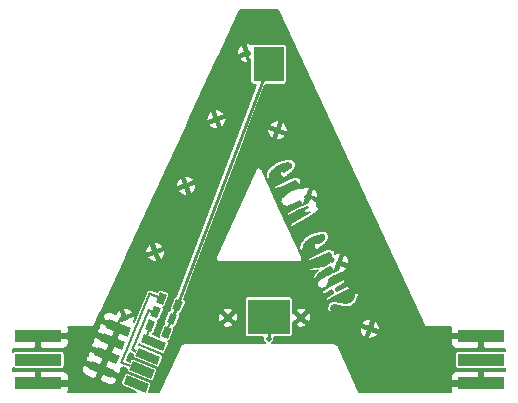
<source format=gbl>
G04 #@! TF.FileFunction,Copper,L2,Bot,Signal*
%FSLAX46Y46*%
G04 Gerber Fmt 4.6, Leading zero omitted, Abs format (unit mm)*
G04 Created by KiCad (PCBNEW 4.0.0-rc2-stable) date 3/3/2016 3:07:13 PM*
%MOMM*%
G01*
G04 APERTURE LIST*
%ADD10C,0.150000*%
%ADD11C,0.500000*%
%ADD12R,4.000000X1.000000*%
%ADD13C,0.600000*%
%ADD14R,2.600000X3.000000*%
%ADD15R,3.600000X3.000000*%
%ADD16C,0.254000*%
%ADD17C,0.152400*%
G04 APERTURE END LIST*
D10*
D11*
X66702233Y-22238066D03*
X64115183Y-27837755D03*
X61528133Y-33437447D03*
X58941073Y-39037142D03*
X56354019Y-44636827D03*
X71285197Y-44617567D03*
X65084971Y-44617811D03*
X69281726Y-28766524D03*
X71889026Y-34365549D03*
X74496326Y-39964571D03*
X77103622Y-45563594D03*
D12*
X86521140Y-50192207D03*
X86521140Y-48192207D03*
X86521140Y-46192207D03*
D13*
X85521140Y-50192207D03*
X85521140Y-48192207D03*
X85521140Y-46192207D03*
D12*
X49020840Y-46192207D03*
X49020840Y-48192207D03*
X49020840Y-50192207D03*
D13*
X50020840Y-46192207D03*
X50020840Y-48192207D03*
X50020840Y-50192207D03*
D14*
X68524475Y-23148397D03*
D15*
X68524475Y-44548397D03*
D11*
X68524475Y-46448397D03*
D10*
G36*
X55042138Y-44759312D02*
X56891209Y-45521503D01*
X56601576Y-46224150D01*
X54752505Y-45461959D01*
X55042138Y-44759312D01*
X55042138Y-44759312D01*
G37*
G36*
X54558146Y-45933472D02*
X56407217Y-46695663D01*
X56117584Y-47398310D01*
X54268513Y-46636119D01*
X54558146Y-45933472D01*
X54558146Y-45933472D01*
G37*
G36*
X54074155Y-47107633D02*
X55923226Y-47869824D01*
X55633593Y-48572471D01*
X53784522Y-47810280D01*
X54074155Y-47107633D01*
X54074155Y-47107633D01*
G37*
G36*
X53590164Y-48281793D02*
X55439235Y-49043984D01*
X55149602Y-49746631D01*
X53300531Y-48984440D01*
X53590164Y-48281793D01*
X53590164Y-48281793D01*
G37*
G36*
X58000652Y-45978817D02*
X59849723Y-46741008D01*
X59560090Y-47443655D01*
X57711019Y-46681464D01*
X58000652Y-45978817D01*
X58000652Y-45978817D01*
G37*
G36*
X57516661Y-47152977D02*
X59365732Y-47915168D01*
X59076099Y-48617815D01*
X57227028Y-47855624D01*
X57516661Y-47152977D01*
X57516661Y-47152977D01*
G37*
G36*
X57032670Y-48327138D02*
X58881741Y-49089329D01*
X58592108Y-49791976D01*
X56743037Y-49029785D01*
X57032670Y-48327138D01*
X57032670Y-48327138D01*
G37*
G36*
X56544867Y-49510543D02*
X58393938Y-50272734D01*
X58111927Y-50956891D01*
X56262856Y-50194700D01*
X56544867Y-49510543D01*
X56544867Y-49510543D01*
G37*
G36*
X59777087Y-45342813D02*
X60331809Y-45571471D01*
X59988823Y-46403553D01*
X59434101Y-46174895D01*
X59777087Y-45342813D01*
X59777087Y-45342813D01*
G37*
G36*
X58390283Y-44771170D02*
X58945005Y-44999828D01*
X58602019Y-45831910D01*
X58047297Y-45603252D01*
X58390283Y-44771170D01*
X58390283Y-44771170D01*
G37*
G36*
X58866653Y-43615500D02*
X59421375Y-43844158D01*
X59078389Y-44676240D01*
X58523667Y-44447582D01*
X58866653Y-43615500D01*
X58866653Y-43615500D01*
G37*
G36*
X60253456Y-44187143D02*
X60808178Y-44415801D01*
X60465192Y-45247883D01*
X59910470Y-45019225D01*
X60253456Y-44187143D01*
X60253456Y-44187143D01*
G37*
G36*
X60729825Y-43031473D02*
X61284547Y-43260131D01*
X60941561Y-44092213D01*
X60386839Y-43863555D01*
X60729825Y-43031473D01*
X60729825Y-43031473D01*
G37*
G36*
X59343022Y-42459830D02*
X59897744Y-42688488D01*
X59554758Y-43520570D01*
X59000036Y-43291912D01*
X59343022Y-42459830D01*
X59343022Y-42459830D01*
G37*
G36*
X58373705Y-45467392D02*
X58558612Y-45543611D01*
X58215627Y-46375694D01*
X58030720Y-46299475D01*
X58373705Y-45467392D01*
X58373705Y-45467392D01*
G37*
G36*
X58325346Y-43879104D02*
X58510253Y-43955323D01*
X57062090Y-47468558D01*
X56877183Y-47392339D01*
X58325346Y-43879104D01*
X58325346Y-43879104D01*
G37*
G36*
X58423783Y-42459487D02*
X58608691Y-42535706D01*
X56131571Y-48545189D01*
X55946663Y-48468970D01*
X58423783Y-42459487D01*
X58423783Y-42459487D01*
G37*
G36*
X58417799Y-43917212D02*
X58787614Y-44069651D01*
X58711395Y-44254558D01*
X58341580Y-44102119D01*
X58417799Y-43917212D01*
X58417799Y-43917212D01*
G37*
G36*
X57045855Y-47245541D02*
X57415670Y-47397980D01*
X57339451Y-47582887D01*
X56969636Y-47430448D01*
X57045855Y-47245541D01*
X57045855Y-47245541D01*
G37*
G36*
X56161562Y-48341226D02*
X56901191Y-48646103D01*
X56824972Y-48831010D01*
X56085343Y-48526133D01*
X56161562Y-48341226D01*
X56161562Y-48341226D01*
G37*
G36*
X58562463Y-42516651D02*
X59302092Y-42821528D01*
X59225873Y-43006435D01*
X58486244Y-42701558D01*
X58562463Y-42516651D01*
X58562463Y-42516651D01*
G37*
G36*
X60628911Y-43801095D02*
X60813818Y-43877314D01*
X60051627Y-45726385D01*
X59866720Y-45650166D01*
X60628911Y-43801095D01*
X60628911Y-43801095D01*
G37*
D16*
X68520000Y-44550000D02*
X68520000Y-46450000D01*
X68520000Y-44550000D02*
X68520000Y-46450000D01*
X68520000Y-44550000D02*
X68520000Y-46450000D01*
X68520000Y-44550000D02*
X68520000Y-46450000D01*
X68520000Y-44550000D02*
X68520000Y-46450000D01*
X68520000Y-44550000D02*
X68520000Y-46450000D01*
X68520000Y-44550000D02*
X68520000Y-46450000D01*
X68520000Y-44550000D02*
X68520000Y-46450000D01*
X68520000Y-44550000D02*
X68520000Y-46450000D01*
X68520000Y-23150000D02*
X60340000Y-44760000D01*
X68520000Y-23150000D02*
X60340000Y-44760000D01*
X68520000Y-23150000D02*
X60340000Y-44760000D01*
X68520000Y-23150000D02*
X60340000Y-44760000D01*
X68520000Y-23150000D02*
X60340000Y-44760000D01*
X68520000Y-23150000D02*
X60340000Y-44760000D01*
X68520000Y-23150000D02*
X60340000Y-44760000D01*
X68520000Y-23150000D02*
X60340000Y-44760000D01*
X68520000Y-23150000D02*
X60340000Y-44760000D01*
D17*
G36*
X81667194Y-45267078D02*
X81695917Y-45306467D01*
X81723000Y-45347000D01*
X81727823Y-45350223D01*
X81731242Y-45354911D01*
X81772849Y-45380308D01*
X81813384Y-45407393D01*
X81819075Y-45408525D01*
X81824026Y-45411547D01*
X81872185Y-45419089D01*
X81920000Y-45428600D01*
X83997996Y-45428600D01*
X83936940Y-45576002D01*
X83936940Y-45868357D01*
X84082990Y-46014407D01*
X84653220Y-46014407D01*
X84621728Y-46130540D01*
X84652522Y-46370007D01*
X84082990Y-46370007D01*
X83936940Y-46516057D01*
X83936940Y-46808412D01*
X84025879Y-47023130D01*
X84190218Y-47187468D01*
X84404936Y-47276407D01*
X86197290Y-47276407D01*
X86343340Y-47130357D01*
X86343340Y-46538605D01*
X86420552Y-46253874D01*
X86387186Y-45994407D01*
X86698940Y-45994407D01*
X86698940Y-46014407D01*
X86718940Y-46014407D01*
X86718940Y-46370007D01*
X86698940Y-46370007D01*
X86698940Y-47130357D01*
X86844990Y-47276407D01*
X88551400Y-47276407D01*
X88551400Y-47465257D01*
X88521140Y-47459129D01*
X84521140Y-47459129D01*
X84436426Y-47475069D01*
X84358622Y-47525135D01*
X84306425Y-47601527D01*
X84288062Y-47692207D01*
X84288062Y-48692207D01*
X84304002Y-48776921D01*
X84354068Y-48854725D01*
X84430460Y-48906922D01*
X84521140Y-48925285D01*
X88521140Y-48925285D01*
X88551400Y-48919591D01*
X88551400Y-49108007D01*
X86844990Y-49108007D01*
X86698940Y-49254057D01*
X86698940Y-50014407D01*
X86718940Y-50014407D01*
X86718940Y-50370007D01*
X86698940Y-50370007D01*
X86698940Y-50390007D01*
X86383636Y-50390007D01*
X86420552Y-50253874D01*
X86375687Y-49904990D01*
X86343340Y-49826897D01*
X86343340Y-49254057D01*
X86197290Y-49108007D01*
X84404936Y-49108007D01*
X84190218Y-49196946D01*
X84025879Y-49361284D01*
X83936940Y-49576002D01*
X83936940Y-49868357D01*
X84082990Y-50014407D01*
X84653220Y-50014407D01*
X84621728Y-50130540D01*
X84652522Y-50370007D01*
X84082990Y-50370007D01*
X83936940Y-50516057D01*
X83936940Y-50808412D01*
X83967173Y-50881400D01*
X76207588Y-50881400D01*
X74382557Y-46962387D01*
X74353925Y-46923296D01*
X74327000Y-46883000D01*
X74321929Y-46879611D01*
X74318324Y-46874690D01*
X74276908Y-46849529D01*
X74236616Y-46822607D01*
X74230633Y-46821417D01*
X74225420Y-46818250D01*
X74177528Y-46810854D01*
X74130000Y-46801400D01*
X68848289Y-46801400D01*
X68929975Y-46719856D01*
X69002991Y-46544014D01*
X69003158Y-46353615D01*
X68973350Y-46281475D01*
X70324475Y-46281475D01*
X70409189Y-46265535D01*
X70421229Y-46257787D01*
X76983593Y-46257787D01*
X77065352Y-46413276D01*
X77393425Y-46363244D01*
X77677377Y-46191471D01*
X77778575Y-46081149D01*
X77712187Y-45918502D01*
X77178247Y-45723847D01*
X76983593Y-46257787D01*
X70421229Y-46257787D01*
X70486993Y-46215469D01*
X70539190Y-46139077D01*
X70557553Y-46048397D01*
X70557553Y-45525324D01*
X76253940Y-45525324D01*
X76303972Y-45853397D01*
X76475745Y-46137349D01*
X76586067Y-46238547D01*
X76748714Y-46172159D01*
X76943369Y-45638219D01*
X76533974Y-45488969D01*
X77263875Y-45488969D01*
X77797815Y-45683623D01*
X77953304Y-45601864D01*
X77903272Y-45273791D01*
X77731499Y-44989839D01*
X77621177Y-44888641D01*
X77458530Y-44955029D01*
X77263875Y-45488969D01*
X76533974Y-45488969D01*
X76409429Y-45443565D01*
X76253940Y-45525324D01*
X70557553Y-45525324D01*
X70557553Y-45196219D01*
X70883360Y-45196219D01*
X70891845Y-45371688D01*
X71210377Y-45464814D01*
X71540300Y-45428953D01*
X71678608Y-45371658D01*
X71687079Y-45196187D01*
X71536920Y-45046039D01*
X76428669Y-45046039D01*
X76495057Y-45208686D01*
X77028997Y-45403341D01*
X77223651Y-44869401D01*
X77141892Y-44713912D01*
X76813819Y-44763944D01*
X76529867Y-44935717D01*
X76428669Y-45046039D01*
X71536920Y-45046039D01*
X71285204Y-44794344D01*
X70883360Y-45196219D01*
X70557553Y-45196219D01*
X70557553Y-45012255D01*
X70706577Y-45019449D01*
X71108420Y-44617574D01*
X71108406Y-44617560D01*
X71461974Y-44617560D01*
X71863849Y-45019404D01*
X72039318Y-45010919D01*
X72132444Y-44692387D01*
X72096583Y-44362464D01*
X72039288Y-44224156D01*
X71863817Y-44215685D01*
X71461974Y-44617560D01*
X71108406Y-44617560D01*
X70706545Y-44215730D01*
X70557553Y-44222935D01*
X70557553Y-44038947D01*
X70883315Y-44038947D01*
X71285190Y-44440790D01*
X71687034Y-44038915D01*
X71678549Y-43863446D01*
X71578081Y-43834073D01*
X73464031Y-43834073D01*
X73467710Y-43864097D01*
X73527710Y-44044097D01*
X73546118Y-44073882D01*
X73586118Y-44113882D01*
X73603516Y-44126898D01*
X73632418Y-44135822D01*
X73732418Y-44145822D01*
X73774078Y-44138155D01*
X73834078Y-44108155D01*
X73853827Y-44093936D01*
X73870570Y-44068745D01*
X73876194Y-44039024D01*
X73869811Y-44009458D01*
X73809654Y-43871956D01*
X73831790Y-43768656D01*
X73924808Y-43616445D01*
X73970479Y-43590347D01*
X74075216Y-43558120D01*
X74530909Y-43634069D01*
X74864639Y-43751856D01*
X74892457Y-43756160D01*
X75202457Y-43746160D01*
X75222729Y-43742731D01*
X75382729Y-43692731D01*
X75392224Y-43689051D01*
X75542224Y-43619051D01*
X75546126Y-43617092D01*
X75676126Y-43547092D01*
X75687602Y-43539502D01*
X75887602Y-43379502D01*
X75903402Y-43362268D01*
X76043402Y-43152268D01*
X76052575Y-43133224D01*
X76132575Y-42883224D01*
X76135532Y-42870071D01*
X76155532Y-42720071D01*
X76148155Y-42675922D01*
X76088155Y-42555922D01*
X76079502Y-42542398D01*
X76039502Y-42492398D01*
X76023140Y-42477188D01*
X75995304Y-42465353D01*
X75965056Y-42465280D01*
X75915056Y-42475280D01*
X75895922Y-42481845D01*
X75835922Y-42511845D01*
X75806108Y-42538476D01*
X75794987Y-42566605D01*
X75746738Y-42836800D01*
X75616627Y-43115609D01*
X75494860Y-43237376D01*
X75427002Y-43271305D01*
X75303139Y-43328472D01*
X75153551Y-43372469D01*
X74595127Y-43305073D01*
X74180934Y-43186732D01*
X74142547Y-43185826D01*
X73972547Y-43225826D01*
X73955922Y-43231845D01*
X73775922Y-43321845D01*
X73757884Y-43334409D01*
X73597884Y-43484409D01*
X73578458Y-43513768D01*
X73468458Y-43813768D01*
X73464031Y-43834073D01*
X71578081Y-43834073D01*
X71360017Y-43770320D01*
X71030094Y-43806181D01*
X70891786Y-43863476D01*
X70883315Y-44038947D01*
X70557553Y-44038947D01*
X70557553Y-43048397D01*
X70541613Y-42963683D01*
X70491547Y-42885879D01*
X70415155Y-42833682D01*
X70324475Y-42815319D01*
X66724475Y-42815319D01*
X66639761Y-42831259D01*
X66561957Y-42881325D01*
X66509760Y-42957717D01*
X66491397Y-43048397D01*
X66491397Y-46048397D01*
X66507337Y-46133111D01*
X66557403Y-46210915D01*
X66633795Y-46263112D01*
X66724475Y-46281475D01*
X68075567Y-46281475D01*
X68045959Y-46352780D01*
X68045792Y-46543179D01*
X68118501Y-46719148D01*
X68200610Y-46801400D01*
X61340000Y-46801400D01*
X61292474Y-46810853D01*
X61244579Y-46818250D01*
X61239366Y-46821417D01*
X61233384Y-46822607D01*
X61193096Y-46849527D01*
X61151676Y-46874690D01*
X61148071Y-46879611D01*
X61143000Y-46883000D01*
X61116071Y-46923302D01*
X61087443Y-46962388D01*
X59262412Y-50881400D01*
X58395147Y-50881400D01*
X58609427Y-50361559D01*
X58626974Y-50277163D01*
X58610337Y-50186150D01*
X58559602Y-50108780D01*
X58482763Y-50057245D01*
X56633692Y-49295054D01*
X56549296Y-49277507D01*
X56458283Y-49294144D01*
X56380913Y-49344879D01*
X56329378Y-49421718D01*
X56047367Y-50105875D01*
X56029820Y-50190271D01*
X56046457Y-50281284D01*
X56097192Y-50358654D01*
X56174031Y-50410189D01*
X57317186Y-50881400D01*
X51574807Y-50881400D01*
X51605040Y-50808412D01*
X51605040Y-50516057D01*
X51458990Y-50370007D01*
X50888760Y-50370007D01*
X50920252Y-50253874D01*
X50889458Y-50014407D01*
X51458990Y-50014407D01*
X51605040Y-49868357D01*
X51605040Y-49838380D01*
X54222472Y-49838380D01*
X54301842Y-50029067D01*
X54819531Y-50242460D01*
X55034401Y-50331030D01*
X55266810Y-50330630D01*
X55481376Y-50241323D01*
X55645431Y-50076703D01*
X55711115Y-49917354D01*
X55631745Y-49726667D01*
X54466507Y-49246353D01*
X54222472Y-49838380D01*
X51605040Y-49838380D01*
X51605040Y-49576002D01*
X51516101Y-49361284D01*
X51351762Y-49196946D01*
X51137044Y-49108007D01*
X49344690Y-49108007D01*
X49198640Y-49254057D01*
X49198640Y-49845809D01*
X49121428Y-50130540D01*
X49154794Y-50390007D01*
X48843040Y-50390007D01*
X48843040Y-50370007D01*
X48823040Y-50370007D01*
X48823040Y-50014407D01*
X48843040Y-50014407D01*
X48843040Y-49254057D01*
X48696990Y-49108007D01*
X46908600Y-49108007D01*
X46908600Y-48892191D01*
X46930160Y-48906922D01*
X47020840Y-48925285D01*
X51020840Y-48925285D01*
X51105554Y-48909345D01*
X51167878Y-48869240D01*
X52716132Y-48869240D01*
X52716531Y-49101649D01*
X52805840Y-49316214D01*
X52970460Y-49480269D01*
X53185331Y-49568839D01*
X53703020Y-49782232D01*
X53893707Y-49702862D01*
X54137742Y-49110836D01*
X52972503Y-48630522D01*
X52781816Y-48709892D01*
X52716132Y-48869240D01*
X51167878Y-48869240D01*
X51183358Y-48859279D01*
X51235555Y-48782887D01*
X51253918Y-48692207D01*
X51253918Y-48111070D01*
X53028651Y-48111070D01*
X53108021Y-48301757D01*
X54273259Y-48782071D01*
X54517294Y-48190044D01*
X54621733Y-47936676D01*
X53456494Y-47456362D01*
X53265807Y-47535732D01*
X53200123Y-47695080D01*
X53200381Y-47845310D01*
X53094335Y-47951721D01*
X53028651Y-48111070D01*
X51253918Y-48111070D01*
X51253918Y-47692207D01*
X51237978Y-47607493D01*
X51187912Y-47529689D01*
X51111520Y-47477492D01*
X51020840Y-47459129D01*
X47020840Y-47459129D01*
X46936126Y-47475069D01*
X46908600Y-47492782D01*
X46908600Y-47276407D01*
X48696990Y-47276407D01*
X48843040Y-47130357D01*
X48843040Y-46370007D01*
X48823040Y-46370007D01*
X48823040Y-46014407D01*
X48843040Y-46014407D01*
X48843040Y-45994407D01*
X49158344Y-45994407D01*
X49121428Y-46130540D01*
X49166293Y-46479424D01*
X49198640Y-46557517D01*
X49198640Y-47130357D01*
X49344690Y-47276407D01*
X51137044Y-47276407D01*
X51351762Y-47187468D01*
X51516101Y-47023130D01*
X51551814Y-46936910D01*
X53512642Y-46936910D01*
X53592012Y-47127597D01*
X54757250Y-47607911D01*
X55001285Y-47015884D01*
X55001285Y-47015883D01*
X55105724Y-46762515D01*
X53940485Y-46282201D01*
X53749798Y-46361571D01*
X53684114Y-46520919D01*
X53684372Y-46671150D01*
X53578326Y-46777561D01*
X53512642Y-46936910D01*
X51551814Y-46936910D01*
X51605040Y-46808412D01*
X51605040Y-46516057D01*
X51458990Y-46370007D01*
X50888760Y-46370007D01*
X50920252Y-46253874D01*
X50889458Y-46014407D01*
X51458990Y-46014407D01*
X51605040Y-45868357D01*
X51605040Y-45762749D01*
X53996633Y-45762749D01*
X54076003Y-45953436D01*
X55241241Y-46433750D01*
X55345680Y-46180381D01*
X55345681Y-46180381D01*
X55589716Y-45588355D01*
X54424477Y-45108041D01*
X54233790Y-45187411D01*
X54168106Y-45346759D01*
X54168364Y-45496988D01*
X54062317Y-45603400D01*
X53996633Y-45762749D01*
X51605040Y-45762749D01*
X51605040Y-45576002D01*
X51543984Y-45428600D01*
X53540000Y-45428600D01*
X53587977Y-45419057D01*
X53636295Y-45411429D01*
X53641094Y-45408491D01*
X53646616Y-45407393D01*
X53687289Y-45380216D01*
X53729010Y-45354679D01*
X53732321Y-45350126D01*
X53737000Y-45347000D01*
X53764175Y-45306330D01*
X53792949Y-45266768D01*
X54106012Y-44588589D01*
X54480625Y-44588589D01*
X54559995Y-44779276D01*
X55725233Y-45259590D01*
X55744719Y-45212317D01*
X55930731Y-45374562D01*
X56065420Y-45419879D01*
X55936972Y-45731494D01*
X55918481Y-45723872D01*
X55814042Y-45977241D01*
X55814041Y-45977241D01*
X55570006Y-46569267D01*
X55588497Y-46576889D01*
X55452980Y-46905654D01*
X55434489Y-46898032D01*
X55190454Y-47490059D01*
X55190454Y-47490060D01*
X55086015Y-47743428D01*
X55104506Y-47751050D01*
X54968989Y-48079815D01*
X54950498Y-48072193D01*
X54719363Y-48632924D01*
X54602024Y-48917588D01*
X55767263Y-49397902D01*
X55957950Y-49318532D01*
X56023634Y-49159184D01*
X56023376Y-49008954D01*
X56129422Y-48902543D01*
X56166818Y-48811820D01*
X56523803Y-48958970D01*
X56510001Y-49025356D01*
X56526638Y-49116369D01*
X56577373Y-49193739D01*
X56654212Y-49245274D01*
X58503283Y-50007465D01*
X58587679Y-50025012D01*
X58678692Y-50008375D01*
X58756061Y-49957640D01*
X58807597Y-49880801D01*
X59097230Y-49178154D01*
X59114777Y-49093758D01*
X59098140Y-49002745D01*
X59047405Y-48925375D01*
X58970566Y-48873840D01*
X57121495Y-48111649D01*
X57037099Y-48094102D01*
X56946086Y-48110739D01*
X56868717Y-48161474D01*
X56817181Y-48238313D01*
X56774528Y-48341789D01*
X56512104Y-48233618D01*
X56774020Y-47598211D01*
X56788358Y-47607828D01*
X56965257Y-47680746D01*
X57035137Y-47709551D01*
X57011539Y-47766799D01*
X56993992Y-47851195D01*
X57010629Y-47942208D01*
X57061364Y-48019578D01*
X57138203Y-48071113D01*
X58987274Y-48833304D01*
X59071670Y-48850851D01*
X59162683Y-48834214D01*
X59240052Y-48783479D01*
X59291588Y-48706640D01*
X59581221Y-48003993D01*
X59598768Y-47919597D01*
X59582131Y-47828584D01*
X59531396Y-47751214D01*
X59454557Y-47699679D01*
X57605486Y-46937488D01*
X57538815Y-46923626D01*
X57565487Y-46858920D01*
X57622194Y-46896953D01*
X59471265Y-47659144D01*
X59555661Y-47676691D01*
X59646674Y-47660054D01*
X59724043Y-47609319D01*
X59775579Y-47532480D01*
X60065212Y-46829833D01*
X60082759Y-46745437D01*
X60066122Y-46654424D01*
X60046931Y-46625157D01*
X60075407Y-46619952D01*
X60152777Y-46569217D01*
X60204312Y-46492378D01*
X60547298Y-45660296D01*
X60564845Y-45575900D01*
X60548208Y-45484887D01*
X60536524Y-45467070D01*
X60551776Y-45464282D01*
X60629146Y-45413547D01*
X60680681Y-45336708D01*
X60738490Y-45196463D01*
X64683134Y-45196463D01*
X64691619Y-45371932D01*
X65010151Y-45465058D01*
X65340074Y-45429197D01*
X65478382Y-45371902D01*
X65486853Y-45196431D01*
X65084978Y-44794588D01*
X64683134Y-45196463D01*
X60738490Y-45196463D01*
X61007852Y-44542991D01*
X64237724Y-44542991D01*
X64273585Y-44872914D01*
X64330880Y-45011222D01*
X64506351Y-45019693D01*
X64908194Y-44617818D01*
X64908180Y-44617804D01*
X65261748Y-44617804D01*
X65663623Y-45019648D01*
X65839092Y-45011163D01*
X65932218Y-44692631D01*
X65896357Y-44362708D01*
X65839062Y-44224400D01*
X65663591Y-44215929D01*
X65261748Y-44617804D01*
X64908180Y-44617804D01*
X64506319Y-44215974D01*
X64330850Y-44224459D01*
X64237724Y-44542991D01*
X61007852Y-44542991D01*
X61023667Y-44504626D01*
X61041214Y-44420230D01*
X61024577Y-44329217D01*
X61012893Y-44311400D01*
X61028145Y-44308612D01*
X61105515Y-44257877D01*
X61157050Y-44181038D01*
X61215519Y-44039191D01*
X64683089Y-44039191D01*
X65084964Y-44441034D01*
X65486808Y-44039159D01*
X65478323Y-43863690D01*
X65159791Y-43770564D01*
X64829868Y-43806425D01*
X64691560Y-43863720D01*
X64683089Y-44039191D01*
X61215519Y-44039191D01*
X61500036Y-43348956D01*
X61517583Y-43264560D01*
X61500946Y-43173547D01*
X61450211Y-43096178D01*
X61373372Y-43044642D01*
X61370053Y-43043274D01*
X61598408Y-42440000D01*
X73023800Y-42440000D01*
X73023800Y-42520000D01*
X73027710Y-42544097D01*
X73037710Y-42574097D01*
X73047242Y-42593218D01*
X73069001Y-42614230D01*
X73097220Y-42625121D01*
X73127453Y-42624174D01*
X73297453Y-42584174D01*
X73311681Y-42579302D01*
X73661681Y-42419302D01*
X73670185Y-42414743D01*
X73886939Y-42280206D01*
X73910813Y-42331932D01*
X73911845Y-42334078D01*
X73955880Y-42422149D01*
X73971285Y-42553086D01*
X73965710Y-42562377D01*
X73754752Y-42672442D01*
X73749614Y-42675383D01*
X73349614Y-42925383D01*
X73335105Y-42937151D01*
X73318869Y-42962672D01*
X73313841Y-42992499D01*
X73320813Y-43021932D01*
X73380813Y-43151932D01*
X73399103Y-43176709D01*
X73425176Y-43192043D01*
X73455160Y-43196025D01*
X73484332Y-43188028D01*
X74553428Y-42648484D01*
X75251739Y-42319280D01*
X75340948Y-42279632D01*
X75349205Y-42275341D01*
X75399205Y-42245341D01*
X75427678Y-42215016D01*
X75435969Y-42185927D01*
X75432290Y-42155903D01*
X75412290Y-42095903D01*
X75408155Y-42085922D01*
X75378155Y-42025922D01*
X75375341Y-42020795D01*
X75345341Y-41970795D01*
X75325143Y-41948611D01*
X75297702Y-41935885D01*
X75267473Y-41934837D01*
X75207473Y-41944837D01*
X75184405Y-41952624D01*
X74655129Y-42232241D01*
X74317587Y-42401013D01*
X74273152Y-42248664D01*
X74268865Y-42237380D01*
X74210490Y-42114143D01*
X74554738Y-41937821D01*
X74561206Y-41934098D01*
X74981206Y-41664098D01*
X74997219Y-41650323D01*
X75012290Y-41624097D01*
X75032290Y-41564097D01*
X75036199Y-41539597D01*
X75030039Y-41509983D01*
X75000039Y-41439983D01*
X74983882Y-41416118D01*
X74943882Y-41376118D01*
X74922487Y-41361072D01*
X74893111Y-41353864D01*
X74863244Y-41358652D01*
X74783244Y-41388652D01*
X74773088Y-41393337D01*
X73563088Y-42063337D01*
X73559847Y-42065237D01*
X73059847Y-42375237D01*
X73046868Y-42385379D01*
X73029803Y-42410354D01*
X73023800Y-42440000D01*
X61598408Y-42440000D01*
X61886090Y-41680000D01*
X72603800Y-41680000D01*
X72603800Y-41850000D01*
X72607710Y-41874097D01*
X72637710Y-41964097D01*
X72644659Y-41979205D01*
X72674659Y-42029205D01*
X72696302Y-42052425D01*
X72796302Y-42122425D01*
X72833399Y-42135914D01*
X73063399Y-42155914D01*
X73090934Y-42153268D01*
X73300934Y-42093268D01*
X73323374Y-42082651D01*
X73453374Y-41992651D01*
X73480750Y-41958300D01*
X73620750Y-41608300D01*
X73626148Y-41582820D01*
X73634580Y-41355146D01*
X73947806Y-41176160D01*
X73963882Y-41163882D01*
X74008555Y-41119209D01*
X74157453Y-41084174D01*
X74172224Y-41079051D01*
X74922224Y-40729051D01*
X74937602Y-40719502D01*
X74987602Y-40679502D01*
X75002812Y-40663140D01*
X75014647Y-40635304D01*
X75014670Y-40625968D01*
X75070081Y-40592448D01*
X75171279Y-40482126D01*
X75104891Y-40319479D01*
X74570951Y-40124824D01*
X74405897Y-40577571D01*
X74202940Y-40658754D01*
X73954190Y-40748304D01*
X73921462Y-40771218D01*
X73905874Y-40789924D01*
X73890123Y-40784475D01*
X73859942Y-40786487D01*
X73832922Y-40800083D01*
X73700323Y-40904268D01*
X73238915Y-41110429D01*
X73230795Y-41114659D01*
X73183300Y-41143156D01*
X73145922Y-41161845D01*
X73125412Y-41176835D01*
X73109028Y-41202261D01*
X73105987Y-41219685D01*
X73098158Y-41215995D01*
X73067936Y-41214761D01*
X73039614Y-41225383D01*
X72799614Y-41375383D01*
X72776598Y-41397732D01*
X72616598Y-41637732D01*
X72603800Y-41680000D01*
X61886090Y-41680000D01*
X62665859Y-39620000D01*
X64071400Y-39620000D01*
X64081248Y-39669508D01*
X64089697Y-39719301D01*
X64091826Y-39722691D01*
X64092607Y-39726616D01*
X64120652Y-39768588D01*
X64147512Y-39811355D01*
X64150777Y-39813672D01*
X64153000Y-39817000D01*
X64194977Y-39845048D01*
X64236154Y-39874278D01*
X64240056Y-39875170D01*
X64243384Y-39877393D01*
X64292902Y-39887243D01*
X64342129Y-39898489D01*
X64346075Y-39897819D01*
X64350000Y-39898600D01*
X71120000Y-39898600D01*
X71125310Y-39897544D01*
X71130657Y-39898396D01*
X71178430Y-39886978D01*
X71226616Y-39877393D01*
X71231118Y-39874385D01*
X71236384Y-39873126D01*
X71276155Y-39844292D01*
X71317000Y-39817000D01*
X71320008Y-39812499D01*
X71324392Y-39809320D01*
X71350100Y-39767462D01*
X71377393Y-39726616D01*
X71378450Y-39721304D01*
X71381283Y-39716691D01*
X71387938Y-39674944D01*
X71815280Y-39674944D01*
X71825280Y-39724944D01*
X71827710Y-39734097D01*
X71837710Y-39764097D01*
X71848463Y-39784940D01*
X71870795Y-39805341D01*
X71920795Y-39835341D01*
X71949442Y-39845465D01*
X71979634Y-39843627D01*
X72279634Y-39763627D01*
X72291932Y-39759187D01*
X73459043Y-39220520D01*
X73716666Y-39126839D01*
X73728043Y-39155284D01*
X73797101Y-39382187D01*
X73807388Y-39403430D01*
X73829217Y-39424368D01*
X73833974Y-39426185D01*
X73770232Y-39489927D01*
X73886239Y-39605934D01*
X73887761Y-39609663D01*
X73891234Y-39610929D01*
X74041617Y-39761312D01*
X73859418Y-39865426D01*
X73802133Y-39844542D01*
X73646644Y-39926301D01*
X73655160Y-39982145D01*
X73512980Y-40063391D01*
X73178630Y-40244121D01*
X73154078Y-40231845D01*
X73110549Y-40224388D01*
X72550549Y-40294388D01*
X72544763Y-40295339D01*
X72054763Y-40395339D01*
X72039983Y-40399961D01*
X71969983Y-40429961D01*
X71943481Y-40448892D01*
X71928050Y-40474907D01*
X71923956Y-40504877D01*
X71931845Y-40534078D01*
X71961845Y-40594078D01*
X71990795Y-40625341D01*
X72040795Y-40655341D01*
X72083540Y-40666118D01*
X72513540Y-40646118D01*
X72522197Y-40645217D01*
X72713236Y-40614238D01*
X72567107Y-40755148D01*
X72561324Y-40761383D01*
X72271324Y-41111383D01*
X72256732Y-41139066D01*
X72236732Y-41209066D01*
X72236055Y-41248401D01*
X72249040Y-41275720D01*
X72279040Y-41315720D01*
X72303516Y-41336898D01*
X72332418Y-41345822D01*
X72432418Y-41355822D01*
X72471628Y-41349326D01*
X72496108Y-41331559D01*
X72833498Y-40964399D01*
X73364227Y-40492640D01*
X73554800Y-40387825D01*
X73727562Y-40305431D01*
X73868449Y-40538326D01*
X73978771Y-40639524D01*
X74141418Y-40573136D01*
X74336073Y-40039196D01*
X74287691Y-40021558D01*
X74479126Y-39889946D01*
X74656579Y-39889946D01*
X75190519Y-40084600D01*
X75346008Y-40002841D01*
X75295976Y-39674768D01*
X75124203Y-39390816D01*
X75013881Y-39289618D01*
X74851234Y-39356006D01*
X74656579Y-39889946D01*
X74479126Y-39889946D01*
X74533169Y-39852792D01*
X74560736Y-39818334D01*
X74566187Y-39788581D01*
X74559632Y-39759052D01*
X74519632Y-39669052D01*
X74498782Y-39641462D01*
X74485199Y-39630143D01*
X74616355Y-39270378D01*
X74534596Y-39114889D01*
X74206523Y-39164921D01*
X74120508Y-39216955D01*
X74126121Y-39093460D01*
X74115341Y-39050795D01*
X74025341Y-38900795D01*
X74011671Y-38883995D01*
X73985810Y-38868304D01*
X73735810Y-38778304D01*
X73718634Y-38774291D01*
X73688499Y-38776896D01*
X73518499Y-38826896D01*
X73511700Y-38829250D01*
X73111700Y-38989250D01*
X73108355Y-38990682D01*
X72648355Y-39200682D01*
X72648186Y-39200759D01*
X71908186Y-39540759D01*
X71886118Y-39556118D01*
X71836118Y-39606118D01*
X71815353Y-39644696D01*
X71815280Y-39674944D01*
X71387938Y-39674944D01*
X71389016Y-39668182D01*
X71398600Y-39620000D01*
X71397544Y-39614689D01*
X71398396Y-39609343D01*
X71386978Y-39561570D01*
X71377393Y-39513384D01*
X71374385Y-39508882D01*
X71373126Y-39503616D01*
X70997179Y-38685957D01*
X71105105Y-38685957D01*
X71109250Y-38728300D01*
X71169250Y-38878300D01*
X71186118Y-38903882D01*
X71226118Y-38943882D01*
X71263470Y-38964385D01*
X71353470Y-38984385D01*
X71388677Y-38983876D01*
X71415947Y-38970789D01*
X71435977Y-38948124D01*
X71445612Y-38919451D01*
X71493819Y-38533797D01*
X71600632Y-38337972D01*
X71974130Y-38002782D01*
X72224055Y-37868207D01*
X72348399Y-37810817D01*
X72688592Y-37694180D01*
X73041398Y-37636968D01*
X73169200Y-37652943D01*
X73187906Y-37667908D01*
X73249952Y-37807512D01*
X73221107Y-37930103D01*
X72935573Y-38197216D01*
X72695370Y-38322121D01*
X72666136Y-38336738D01*
X72517618Y-38278981D01*
X72485123Y-38273956D01*
X72455922Y-38281845D01*
X72415922Y-38301845D01*
X72396118Y-38316118D01*
X72366118Y-38346118D01*
X72353102Y-38363516D01*
X72344178Y-38392418D01*
X72334178Y-38492418D01*
X72340189Y-38530542D01*
X72410189Y-38690542D01*
X72413840Y-38697806D01*
X72453840Y-38767806D01*
X72480795Y-38795341D01*
X72580795Y-38855341D01*
X72620000Y-38866200D01*
X72690000Y-38866200D01*
X72716382Y-38861487D01*
X72742116Y-38845591D01*
X72898006Y-38699445D01*
X73413374Y-38342651D01*
X73428821Y-38328441D01*
X73568821Y-38158441D01*
X73584385Y-38126530D01*
X73664385Y-37766530D01*
X73662663Y-37727054D01*
X73602663Y-37537054D01*
X73595341Y-37520795D01*
X73535341Y-37420795D01*
X73505357Y-37392500D01*
X73295357Y-37282500D01*
X73262380Y-37273837D01*
X72942380Y-37263837D01*
X72924389Y-37265416D01*
X72494389Y-37355416D01*
X72487591Y-37357170D01*
X72227591Y-37437170D01*
X72207732Y-37446598D01*
X72179250Y-37465586D01*
X71880795Y-37644659D01*
X71873408Y-37649704D01*
X71433408Y-37989704D01*
X71418374Y-38005181D01*
X71178374Y-38335181D01*
X71165105Y-38365957D01*
X71105105Y-38685957D01*
X70997179Y-38685957D01*
X69684705Y-35831419D01*
X70023813Y-35831419D01*
X70030368Y-35860948D01*
X70070368Y-35950948D01*
X70084374Y-35972079D01*
X70109019Y-35989617D01*
X70138545Y-35996186D01*
X70168300Y-35990750D01*
X70254675Y-35956200D01*
X70310000Y-35956200D01*
X70345785Y-35947275D01*
X70814531Y-35697942D01*
X71143244Y-35538566D01*
X71144078Y-35538155D01*
X71201240Y-35509574D01*
X71595909Y-35351706D01*
X71900483Y-35253168D01*
X71881605Y-35264180D01*
X71875082Y-35268446D01*
X71505082Y-35538446D01*
X71485632Y-35559217D01*
X71474837Y-35587473D01*
X71464837Y-35647473D01*
X71467710Y-35684097D01*
X71477710Y-35714097D01*
X71484165Y-35728370D01*
X71504280Y-35750960D01*
X71544280Y-35780960D01*
X71560354Y-35790197D01*
X71590000Y-35796200D01*
X71720000Y-35796200D01*
X71762268Y-35783402D01*
X71792268Y-35763402D01*
X71803882Y-35753882D01*
X71840259Y-35717505D01*
X71997511Y-35670564D01*
X71471902Y-35974008D01*
X71469449Y-35975486D01*
X70419449Y-36635486D01*
X70399851Y-36653218D01*
X70329851Y-36743218D01*
X70319648Y-36760725D01*
X70313801Y-36790403D01*
X70319961Y-36820017D01*
X70349961Y-36890017D01*
X70366118Y-36913882D01*
X70406118Y-36953882D01*
X70444696Y-36974647D01*
X70474944Y-36974720D01*
X70524944Y-36964720D01*
X70548472Y-36955775D01*
X71608472Y-36335775D01*
X71611454Y-36333938D01*
X72521454Y-35743938D01*
X72526782Y-35740149D01*
X72796782Y-35530149D01*
X72810910Y-35515786D01*
X72823925Y-35488481D01*
X72833925Y-35448481D01*
X72834971Y-35416369D01*
X72814971Y-35306369D01*
X72812290Y-35295903D01*
X72802290Y-35265903D01*
X72778249Y-35231021D01*
X72751501Y-35216896D01*
X72601393Y-35172747D01*
X72666383Y-35101258D01*
X72684647Y-35065304D01*
X72684720Y-35035056D01*
X72674720Y-34985056D01*
X72668155Y-34965922D01*
X72638155Y-34905922D01*
X72630960Y-34894280D01*
X72600991Y-34854322D01*
X72615120Y-34840193D01*
X72499113Y-34724186D01*
X72497591Y-34720457D01*
X72494118Y-34719191D01*
X72154617Y-34379690D01*
X71996522Y-34537785D01*
X71963651Y-34525802D01*
X71937917Y-34596390D01*
X71903167Y-34631140D01*
X71919349Y-34647322D01*
X71809175Y-34949532D01*
X71403725Y-35098473D01*
X71398068Y-35100813D01*
X70358068Y-35580813D01*
X70349815Y-35585257D01*
X70059815Y-35765257D01*
X70045860Y-35776378D01*
X70029264Y-35801666D01*
X70023813Y-35831419D01*
X69684705Y-35831419D01*
X69193029Y-34762059D01*
X69523828Y-34762059D01*
X69524976Y-34767033D01*
X69530630Y-34791532D01*
X69630630Y-35011532D01*
X69643829Y-35031490D01*
X69753829Y-35151490D01*
X69790190Y-35173580D01*
X70050190Y-35243580D01*
X70094097Y-35242290D01*
X70244097Y-35192290D01*
X70251844Y-35189227D01*
X70751844Y-34959227D01*
X70754078Y-34958155D01*
X71014078Y-34828155D01*
X71019205Y-34825341D01*
X71146137Y-34749182D01*
X71261149Y-34939304D01*
X71371471Y-35040502D01*
X71534118Y-34974114D01*
X71728773Y-34440174D01*
X71625843Y-34402650D01*
X71710750Y-34326840D01*
X71724617Y-34310386D01*
X71736780Y-34290924D01*
X72049279Y-34290924D01*
X72583219Y-34485578D01*
X72738708Y-34403819D01*
X72688676Y-34075746D01*
X72516903Y-33791794D01*
X72406581Y-33690596D01*
X72243934Y-33756984D01*
X72049279Y-34290924D01*
X71736780Y-34290924D01*
X71794771Y-34198140D01*
X71814401Y-34205296D01*
X71840134Y-34134709D01*
X71874885Y-34099958D01*
X71863346Y-34088419D01*
X71874617Y-34070386D01*
X71884971Y-34043631D01*
X71896545Y-33979973D01*
X72009055Y-33671356D01*
X71927296Y-33515867D01*
X71599223Y-33565899D01*
X71544689Y-33598889D01*
X71497582Y-33594178D01*
X71460988Y-33599539D01*
X71435860Y-33616378D01*
X71419264Y-33641666D01*
X71418850Y-33643923D01*
X71414382Y-33639455D01*
X71413510Y-33640327D01*
X71396045Y-33619285D01*
X71368796Y-33606154D01*
X71338585Y-33604660D01*
X71008585Y-33654660D01*
X70994967Y-33658029D01*
X70534967Y-33818029D01*
X70523971Y-33822856D01*
X70113971Y-34042856D01*
X70101665Y-34051092D01*
X69711665Y-34371092D01*
X69695713Y-34389090D01*
X69555713Y-34609090D01*
X69545029Y-34636369D01*
X69525029Y-34746369D01*
X69523828Y-34762059D01*
X69193029Y-34762059D01*
X68651808Y-33584944D01*
X68985280Y-33584944D01*
X68995280Y-33634944D01*
X68997710Y-33644097D01*
X69007710Y-33674097D01*
X69014165Y-33688370D01*
X69034280Y-33710960D01*
X69074280Y-33740960D01*
X69108835Y-33755378D01*
X69139041Y-33753783D01*
X69449041Y-33673783D01*
X69461932Y-33669187D01*
X69721932Y-33549187D01*
X69722224Y-33549051D01*
X70618249Y-33130906D01*
X70878465Y-33044167D01*
X70889073Y-33068033D01*
X70968029Y-33295033D01*
X70977388Y-33313430D01*
X70999217Y-33334368D01*
X71027473Y-33345163D01*
X71147473Y-33365163D01*
X71173910Y-33364920D01*
X71201962Y-33353605D01*
X71223402Y-33332268D01*
X71263402Y-33272268D01*
X71276128Y-33233310D01*
X71286128Y-33003310D01*
X71277235Y-32964141D01*
X71197235Y-32814141D01*
X71180977Y-32793363D01*
X71154926Y-32777992D01*
X70894926Y-32687992D01*
X70873111Y-32683864D01*
X70843244Y-32688652D01*
X70683532Y-32748544D01*
X70273819Y-32898439D01*
X70267776Y-32900949D01*
X69067776Y-33460949D01*
X69046118Y-33476118D01*
X69006118Y-33516118D01*
X68985353Y-33554696D01*
X68985280Y-33584944D01*
X68651808Y-33584944D01*
X68202731Y-32608236D01*
X68274713Y-32608236D01*
X68277710Y-32644097D01*
X68327710Y-32794097D01*
X68346118Y-32823882D01*
X68386118Y-32863882D01*
X68403516Y-32876898D01*
X68432418Y-32885822D01*
X68532418Y-32895822D01*
X68560494Y-32893392D01*
X68587433Y-32879637D01*
X68606898Y-32856484D01*
X68615822Y-32827582D01*
X68654150Y-32444301D01*
X68769887Y-32248438D01*
X69133281Y-31913733D01*
X69393057Y-31788656D01*
X69394078Y-31788155D01*
X69509230Y-31730579D01*
X69859220Y-31613916D01*
X70209597Y-31547628D01*
X70332112Y-31572131D01*
X70351012Y-31583471D01*
X70418384Y-31725702D01*
X70383066Y-31838720D01*
X70105009Y-32107509D01*
X69865370Y-32232121D01*
X69835409Y-32247101D01*
X69676343Y-32188498D01*
X69635729Y-32185148D01*
X69607732Y-32196598D01*
X69577732Y-32216598D01*
X69566118Y-32226118D01*
X69526118Y-32266118D01*
X69513102Y-32283516D01*
X69504178Y-32312418D01*
X69494178Y-32412418D01*
X69500949Y-32452224D01*
X69570949Y-32602224D01*
X69573840Y-32607806D01*
X69613840Y-32677806D01*
X69639090Y-32704287D01*
X69749090Y-32774287D01*
X69770579Y-32783684D01*
X69800776Y-32785434D01*
X69870776Y-32775434D01*
X69886382Y-32771487D01*
X69912116Y-32755591D01*
X70068261Y-32609205D01*
X70573943Y-32252253D01*
X70587138Y-32240416D01*
X70737138Y-32070416D01*
X70754385Y-32036530D01*
X70834385Y-31676530D01*
X70831502Y-31633657D01*
X70761502Y-31443657D01*
X70753402Y-31427732D01*
X70693402Y-31337732D01*
X70666722Y-31313232D01*
X70466722Y-31203232D01*
X70434753Y-31193948D01*
X70114753Y-31173948D01*
X70094389Y-31175416D01*
X69664389Y-31265416D01*
X69658352Y-31266940D01*
X69388352Y-31346940D01*
X69367732Y-31356598D01*
X69339250Y-31375586D01*
X69040795Y-31554659D01*
X69031897Y-31560902D01*
X68601897Y-31910902D01*
X68589262Y-31923986D01*
X68339262Y-32253986D01*
X68324713Y-32288236D01*
X68274713Y-32608236D01*
X68202731Y-32608236D01*
X67943126Y-32043616D01*
X67916557Y-32006970D01*
X67892488Y-31968645D01*
X67889224Y-31966328D01*
X67887000Y-31963000D01*
X67882499Y-31959992D01*
X67879320Y-31955608D01*
X67840751Y-31931920D01*
X67803845Y-31905722D01*
X67799944Y-31904831D01*
X67796616Y-31902607D01*
X67791304Y-31901550D01*
X67786691Y-31898717D01*
X67741996Y-31891592D01*
X67697871Y-31881511D01*
X67693925Y-31882181D01*
X67690000Y-31881400D01*
X67684689Y-31882456D01*
X67679343Y-31881604D01*
X67635322Y-31892125D01*
X67590699Y-31899698D01*
X67587311Y-31901826D01*
X67583384Y-31902607D01*
X67578882Y-31905615D01*
X67573616Y-31906874D01*
X67536972Y-31933441D01*
X67498645Y-31957512D01*
X67496328Y-31960776D01*
X67493000Y-31963000D01*
X67489992Y-31967501D01*
X67485608Y-31970680D01*
X67461920Y-32009249D01*
X67435722Y-32046155D01*
X64095722Y-39506154D01*
X64094830Y-39510056D01*
X64092607Y-39513384D01*
X64082757Y-39562902D01*
X64071511Y-39612129D01*
X64072181Y-39616075D01*
X64071400Y-39620000D01*
X62665859Y-39620000D01*
X66511435Y-29460717D01*
X69161697Y-29460717D01*
X69243456Y-29616206D01*
X69571529Y-29566174D01*
X69855481Y-29394401D01*
X69956679Y-29284079D01*
X69890291Y-29121432D01*
X69356351Y-28926777D01*
X69161697Y-29460717D01*
X66511435Y-29460717D01*
X66788694Y-28728254D01*
X68432044Y-28728254D01*
X68482076Y-29056327D01*
X68653849Y-29340279D01*
X68764171Y-29441477D01*
X68926818Y-29375089D01*
X69121473Y-28841149D01*
X68712078Y-28691899D01*
X69441979Y-28691899D01*
X69975919Y-28886553D01*
X70131408Y-28804794D01*
X70081376Y-28476721D01*
X69909603Y-28192769D01*
X69799281Y-28091571D01*
X69636634Y-28157959D01*
X69441979Y-28691899D01*
X68712078Y-28691899D01*
X68587533Y-28646495D01*
X68432044Y-28728254D01*
X66788694Y-28728254D01*
X66970117Y-28248969D01*
X68606773Y-28248969D01*
X68673161Y-28411616D01*
X69207101Y-28606271D01*
X69401755Y-28072331D01*
X69319996Y-27916842D01*
X68991923Y-27966874D01*
X68707971Y-28138647D01*
X68606773Y-28248969D01*
X66970117Y-28248969D01*
X68244810Y-24881475D01*
X69824475Y-24881475D01*
X69909189Y-24865535D01*
X69986993Y-24815469D01*
X70039190Y-24739077D01*
X70057553Y-24648397D01*
X70057553Y-21648397D01*
X70041613Y-21563683D01*
X69991547Y-21485879D01*
X69915155Y-21433682D01*
X69824475Y-21415319D01*
X67224475Y-21415319D01*
X67139761Y-21431259D01*
X67064386Y-21479762D01*
X66810981Y-21394503D01*
X66661396Y-21388503D01*
X66580107Y-21544239D01*
X66731959Y-21956890D01*
X66716374Y-21972475D01*
X66750107Y-22006208D01*
X66776374Y-22077588D01*
X66809352Y-22065453D01*
X66967824Y-22223925D01*
X66991397Y-22200352D01*
X66991397Y-22264852D01*
X66983409Y-22267792D01*
X66967824Y-22252207D01*
X66934091Y-22285940D01*
X66862711Y-22312207D01*
X66874846Y-22345185D01*
X66716374Y-22503657D01*
X66991397Y-22778680D01*
X66991397Y-24648397D01*
X67007337Y-24733111D01*
X67057403Y-24810915D01*
X67133795Y-24863112D01*
X67224475Y-24881475D01*
X67484364Y-24881475D01*
X60699908Y-42804715D01*
X60643241Y-42815074D01*
X60565871Y-42865809D01*
X60514336Y-42942648D01*
X60171350Y-43774730D01*
X60153803Y-43859126D01*
X60170440Y-43950139D01*
X60182124Y-43967956D01*
X60166872Y-43970744D01*
X60089502Y-44021479D01*
X60037967Y-44098318D01*
X59694981Y-44930400D01*
X59677434Y-45014796D01*
X59694071Y-45105809D01*
X59705755Y-45123626D01*
X59690503Y-45126414D01*
X59613133Y-45177149D01*
X59561598Y-45253988D01*
X59218612Y-46086070D01*
X59201065Y-46170466D01*
X59211159Y-46225688D01*
X58724204Y-46024964D01*
X58765973Y-45997574D01*
X58817508Y-45920735D01*
X59160494Y-45088653D01*
X59178041Y-45004257D01*
X59161404Y-44913244D01*
X59149721Y-44895427D01*
X59164973Y-44892639D01*
X59242343Y-44841904D01*
X59293878Y-44765065D01*
X59636864Y-43932983D01*
X59654411Y-43848587D01*
X59637774Y-43757574D01*
X59626090Y-43739757D01*
X59641342Y-43736969D01*
X59718712Y-43686234D01*
X59770247Y-43609395D01*
X60113233Y-42777313D01*
X60130780Y-42692917D01*
X60114143Y-42601904D01*
X60063408Y-42524535D01*
X59986569Y-42472999D01*
X59431847Y-42244341D01*
X59347451Y-42226794D01*
X59256438Y-42243431D01*
X59179068Y-42294166D01*
X59127533Y-42371005D01*
X59082974Y-42479104D01*
X58697517Y-42320218D01*
X58697516Y-42320217D01*
X58512608Y-42243998D01*
X58428212Y-42226451D01*
X58337199Y-42243088D01*
X58259829Y-42293823D01*
X58208294Y-42370662D01*
X57129489Y-44987838D01*
X57117706Y-44982981D01*
X57197582Y-44745575D01*
X57203582Y-44595990D01*
X57047846Y-44514701D01*
X56635195Y-44666553D01*
X56619610Y-44650968D01*
X56585877Y-44684701D01*
X56514497Y-44710968D01*
X56524634Y-44738515D01*
X56488720Y-44723711D01*
X56298033Y-44803081D01*
X56289564Y-44823627D01*
X56279878Y-44797305D01*
X55850685Y-44955244D01*
X55969268Y-44667563D01*
X55961202Y-44648184D01*
X56193541Y-44562686D01*
X55997274Y-44029337D01*
X55834427Y-43963441D01*
X55616284Y-44213539D01*
X55571800Y-44345755D01*
X55372209Y-44263483D01*
X55157339Y-44174913D01*
X54924930Y-44175313D01*
X54710364Y-44264620D01*
X54546309Y-44429240D01*
X54480625Y-44588589D01*
X54106012Y-44588589D01*
X54404031Y-43943000D01*
X56231893Y-43943000D01*
X56428160Y-44476349D01*
X56961509Y-44280082D01*
X57027405Y-44117235D01*
X56777307Y-43899092D01*
X56462767Y-43793264D01*
X56313182Y-43787264D01*
X56231893Y-43943000D01*
X54404031Y-43943000D01*
X56428838Y-39556734D01*
X58267687Y-39556734D01*
X58517785Y-39774877D01*
X58832325Y-39880705D01*
X58981910Y-39886705D01*
X59063199Y-39730969D01*
X58866932Y-39197620D01*
X58333583Y-39393887D01*
X58267687Y-39556734D01*
X56428838Y-39556734D01*
X56649843Y-39077979D01*
X58091510Y-39077979D01*
X58247246Y-39159268D01*
X58377643Y-39111283D01*
X59101551Y-39111283D01*
X59297818Y-39644632D01*
X59460665Y-39710528D01*
X59678808Y-39460430D01*
X59784636Y-39145890D01*
X59790636Y-38996305D01*
X59634900Y-38915016D01*
X59101551Y-39111283D01*
X58377643Y-39111283D01*
X58780595Y-38963001D01*
X58584328Y-38429652D01*
X58421481Y-38363756D01*
X58203338Y-38613854D01*
X58097510Y-38928394D01*
X58091510Y-39077979D01*
X56649843Y-39077979D01*
X56988981Y-38343315D01*
X58818947Y-38343315D01*
X59015214Y-38876664D01*
X59548563Y-38680397D01*
X59614459Y-38517550D01*
X59364361Y-38299407D01*
X59049821Y-38193579D01*
X58900236Y-38187579D01*
X58818947Y-38343315D01*
X56988981Y-38343315D01*
X59013793Y-33957039D01*
X60854747Y-33957039D01*
X61104845Y-34175182D01*
X61419385Y-34281010D01*
X61568970Y-34287010D01*
X61650259Y-34131274D01*
X61453992Y-33597925D01*
X60920643Y-33794192D01*
X60854747Y-33957039D01*
X59013793Y-33957039D01*
X59234798Y-33478284D01*
X60678570Y-33478284D01*
X60834306Y-33559573D01*
X60964703Y-33511588D01*
X61688611Y-33511588D01*
X61884878Y-34044937D01*
X62047725Y-34110833D01*
X62265868Y-33860735D01*
X62371696Y-33546195D01*
X62377696Y-33396610D01*
X62221960Y-33315321D01*
X61688611Y-33511588D01*
X60964703Y-33511588D01*
X61367655Y-33363306D01*
X61171388Y-32829957D01*
X61008541Y-32764061D01*
X60790398Y-33014159D01*
X60684570Y-33328699D01*
X60678570Y-33478284D01*
X59234798Y-33478284D01*
X59573937Y-32743620D01*
X61406007Y-32743620D01*
X61602274Y-33276969D01*
X62135623Y-33080702D01*
X62201519Y-32917855D01*
X61951421Y-32699712D01*
X61636881Y-32593884D01*
X61487296Y-32587884D01*
X61406007Y-32743620D01*
X59573937Y-32743620D01*
X61598747Y-28357347D01*
X63441797Y-28357347D01*
X63691895Y-28575490D01*
X64006435Y-28681318D01*
X64156020Y-28687318D01*
X64237309Y-28531582D01*
X64041042Y-27998233D01*
X63507693Y-28194500D01*
X63441797Y-28357347D01*
X61598747Y-28357347D01*
X61819753Y-27878592D01*
X63265620Y-27878592D01*
X63421356Y-27959881D01*
X63551753Y-27911896D01*
X64275661Y-27911896D01*
X64471928Y-28445245D01*
X64634775Y-28511141D01*
X64852918Y-28261043D01*
X64958746Y-27946503D01*
X64964746Y-27796918D01*
X64809010Y-27715629D01*
X64275661Y-27911896D01*
X63551753Y-27911896D01*
X63954705Y-27763614D01*
X63758438Y-27230265D01*
X63595591Y-27164369D01*
X63377448Y-27414467D01*
X63271620Y-27729007D01*
X63265620Y-27878592D01*
X61819753Y-27878592D01*
X62158892Y-27143928D01*
X63993057Y-27143928D01*
X64189324Y-27677277D01*
X64722673Y-27481010D01*
X64788569Y-27318163D01*
X64538471Y-27100020D01*
X64223931Y-26994192D01*
X64074346Y-26988192D01*
X63993057Y-27143928D01*
X62158892Y-27143928D01*
X64183701Y-22757658D01*
X66028847Y-22757658D01*
X66278945Y-22975801D01*
X66593485Y-23081629D01*
X66743070Y-23087629D01*
X66824359Y-22931893D01*
X66628092Y-22398544D01*
X66094743Y-22594811D01*
X66028847Y-22757658D01*
X64183701Y-22757658D01*
X64404707Y-22278903D01*
X65852670Y-22278903D01*
X66008406Y-22360192D01*
X66541755Y-22163925D01*
X66345488Y-21630576D01*
X66182641Y-21564680D01*
X65964498Y-21814778D01*
X65858670Y-22129318D01*
X65852670Y-22278903D01*
X64404707Y-22278903D01*
X66108243Y-18588600D01*
X69311997Y-18588600D01*
X81667194Y-45267078D01*
X81667194Y-45267078D01*
G37*
X81667194Y-45267078D02*
X81695917Y-45306467D01*
X81723000Y-45347000D01*
X81727823Y-45350223D01*
X81731242Y-45354911D01*
X81772849Y-45380308D01*
X81813384Y-45407393D01*
X81819075Y-45408525D01*
X81824026Y-45411547D01*
X81872185Y-45419089D01*
X81920000Y-45428600D01*
X83997996Y-45428600D01*
X83936940Y-45576002D01*
X83936940Y-45868357D01*
X84082990Y-46014407D01*
X84653220Y-46014407D01*
X84621728Y-46130540D01*
X84652522Y-46370007D01*
X84082990Y-46370007D01*
X83936940Y-46516057D01*
X83936940Y-46808412D01*
X84025879Y-47023130D01*
X84190218Y-47187468D01*
X84404936Y-47276407D01*
X86197290Y-47276407D01*
X86343340Y-47130357D01*
X86343340Y-46538605D01*
X86420552Y-46253874D01*
X86387186Y-45994407D01*
X86698940Y-45994407D01*
X86698940Y-46014407D01*
X86718940Y-46014407D01*
X86718940Y-46370007D01*
X86698940Y-46370007D01*
X86698940Y-47130357D01*
X86844990Y-47276407D01*
X88551400Y-47276407D01*
X88551400Y-47465257D01*
X88521140Y-47459129D01*
X84521140Y-47459129D01*
X84436426Y-47475069D01*
X84358622Y-47525135D01*
X84306425Y-47601527D01*
X84288062Y-47692207D01*
X84288062Y-48692207D01*
X84304002Y-48776921D01*
X84354068Y-48854725D01*
X84430460Y-48906922D01*
X84521140Y-48925285D01*
X88521140Y-48925285D01*
X88551400Y-48919591D01*
X88551400Y-49108007D01*
X86844990Y-49108007D01*
X86698940Y-49254057D01*
X86698940Y-50014407D01*
X86718940Y-50014407D01*
X86718940Y-50370007D01*
X86698940Y-50370007D01*
X86698940Y-50390007D01*
X86383636Y-50390007D01*
X86420552Y-50253874D01*
X86375687Y-49904990D01*
X86343340Y-49826897D01*
X86343340Y-49254057D01*
X86197290Y-49108007D01*
X84404936Y-49108007D01*
X84190218Y-49196946D01*
X84025879Y-49361284D01*
X83936940Y-49576002D01*
X83936940Y-49868357D01*
X84082990Y-50014407D01*
X84653220Y-50014407D01*
X84621728Y-50130540D01*
X84652522Y-50370007D01*
X84082990Y-50370007D01*
X83936940Y-50516057D01*
X83936940Y-50808412D01*
X83967173Y-50881400D01*
X76207588Y-50881400D01*
X74382557Y-46962387D01*
X74353925Y-46923296D01*
X74327000Y-46883000D01*
X74321929Y-46879611D01*
X74318324Y-46874690D01*
X74276908Y-46849529D01*
X74236616Y-46822607D01*
X74230633Y-46821417D01*
X74225420Y-46818250D01*
X74177528Y-46810854D01*
X74130000Y-46801400D01*
X68848289Y-46801400D01*
X68929975Y-46719856D01*
X69002991Y-46544014D01*
X69003158Y-46353615D01*
X68973350Y-46281475D01*
X70324475Y-46281475D01*
X70409189Y-46265535D01*
X70421229Y-46257787D01*
X76983593Y-46257787D01*
X77065352Y-46413276D01*
X77393425Y-46363244D01*
X77677377Y-46191471D01*
X77778575Y-46081149D01*
X77712187Y-45918502D01*
X77178247Y-45723847D01*
X76983593Y-46257787D01*
X70421229Y-46257787D01*
X70486993Y-46215469D01*
X70539190Y-46139077D01*
X70557553Y-46048397D01*
X70557553Y-45525324D01*
X76253940Y-45525324D01*
X76303972Y-45853397D01*
X76475745Y-46137349D01*
X76586067Y-46238547D01*
X76748714Y-46172159D01*
X76943369Y-45638219D01*
X76533974Y-45488969D01*
X77263875Y-45488969D01*
X77797815Y-45683623D01*
X77953304Y-45601864D01*
X77903272Y-45273791D01*
X77731499Y-44989839D01*
X77621177Y-44888641D01*
X77458530Y-44955029D01*
X77263875Y-45488969D01*
X76533974Y-45488969D01*
X76409429Y-45443565D01*
X76253940Y-45525324D01*
X70557553Y-45525324D01*
X70557553Y-45196219D01*
X70883360Y-45196219D01*
X70891845Y-45371688D01*
X71210377Y-45464814D01*
X71540300Y-45428953D01*
X71678608Y-45371658D01*
X71687079Y-45196187D01*
X71536920Y-45046039D01*
X76428669Y-45046039D01*
X76495057Y-45208686D01*
X77028997Y-45403341D01*
X77223651Y-44869401D01*
X77141892Y-44713912D01*
X76813819Y-44763944D01*
X76529867Y-44935717D01*
X76428669Y-45046039D01*
X71536920Y-45046039D01*
X71285204Y-44794344D01*
X70883360Y-45196219D01*
X70557553Y-45196219D01*
X70557553Y-45012255D01*
X70706577Y-45019449D01*
X71108420Y-44617574D01*
X71108406Y-44617560D01*
X71461974Y-44617560D01*
X71863849Y-45019404D01*
X72039318Y-45010919D01*
X72132444Y-44692387D01*
X72096583Y-44362464D01*
X72039288Y-44224156D01*
X71863817Y-44215685D01*
X71461974Y-44617560D01*
X71108406Y-44617560D01*
X70706545Y-44215730D01*
X70557553Y-44222935D01*
X70557553Y-44038947D01*
X70883315Y-44038947D01*
X71285190Y-44440790D01*
X71687034Y-44038915D01*
X71678549Y-43863446D01*
X71578081Y-43834073D01*
X73464031Y-43834073D01*
X73467710Y-43864097D01*
X73527710Y-44044097D01*
X73546118Y-44073882D01*
X73586118Y-44113882D01*
X73603516Y-44126898D01*
X73632418Y-44135822D01*
X73732418Y-44145822D01*
X73774078Y-44138155D01*
X73834078Y-44108155D01*
X73853827Y-44093936D01*
X73870570Y-44068745D01*
X73876194Y-44039024D01*
X73869811Y-44009458D01*
X73809654Y-43871956D01*
X73831790Y-43768656D01*
X73924808Y-43616445D01*
X73970479Y-43590347D01*
X74075216Y-43558120D01*
X74530909Y-43634069D01*
X74864639Y-43751856D01*
X74892457Y-43756160D01*
X75202457Y-43746160D01*
X75222729Y-43742731D01*
X75382729Y-43692731D01*
X75392224Y-43689051D01*
X75542224Y-43619051D01*
X75546126Y-43617092D01*
X75676126Y-43547092D01*
X75687602Y-43539502D01*
X75887602Y-43379502D01*
X75903402Y-43362268D01*
X76043402Y-43152268D01*
X76052575Y-43133224D01*
X76132575Y-42883224D01*
X76135532Y-42870071D01*
X76155532Y-42720071D01*
X76148155Y-42675922D01*
X76088155Y-42555922D01*
X76079502Y-42542398D01*
X76039502Y-42492398D01*
X76023140Y-42477188D01*
X75995304Y-42465353D01*
X75965056Y-42465280D01*
X75915056Y-42475280D01*
X75895922Y-42481845D01*
X75835922Y-42511845D01*
X75806108Y-42538476D01*
X75794987Y-42566605D01*
X75746738Y-42836800D01*
X75616627Y-43115609D01*
X75494860Y-43237376D01*
X75427002Y-43271305D01*
X75303139Y-43328472D01*
X75153551Y-43372469D01*
X74595127Y-43305073D01*
X74180934Y-43186732D01*
X74142547Y-43185826D01*
X73972547Y-43225826D01*
X73955922Y-43231845D01*
X73775922Y-43321845D01*
X73757884Y-43334409D01*
X73597884Y-43484409D01*
X73578458Y-43513768D01*
X73468458Y-43813768D01*
X73464031Y-43834073D01*
X71578081Y-43834073D01*
X71360017Y-43770320D01*
X71030094Y-43806181D01*
X70891786Y-43863476D01*
X70883315Y-44038947D01*
X70557553Y-44038947D01*
X70557553Y-43048397D01*
X70541613Y-42963683D01*
X70491547Y-42885879D01*
X70415155Y-42833682D01*
X70324475Y-42815319D01*
X66724475Y-42815319D01*
X66639761Y-42831259D01*
X66561957Y-42881325D01*
X66509760Y-42957717D01*
X66491397Y-43048397D01*
X66491397Y-46048397D01*
X66507337Y-46133111D01*
X66557403Y-46210915D01*
X66633795Y-46263112D01*
X66724475Y-46281475D01*
X68075567Y-46281475D01*
X68045959Y-46352780D01*
X68045792Y-46543179D01*
X68118501Y-46719148D01*
X68200610Y-46801400D01*
X61340000Y-46801400D01*
X61292474Y-46810853D01*
X61244579Y-46818250D01*
X61239366Y-46821417D01*
X61233384Y-46822607D01*
X61193096Y-46849527D01*
X61151676Y-46874690D01*
X61148071Y-46879611D01*
X61143000Y-46883000D01*
X61116071Y-46923302D01*
X61087443Y-46962388D01*
X59262412Y-50881400D01*
X58395147Y-50881400D01*
X58609427Y-50361559D01*
X58626974Y-50277163D01*
X58610337Y-50186150D01*
X58559602Y-50108780D01*
X58482763Y-50057245D01*
X56633692Y-49295054D01*
X56549296Y-49277507D01*
X56458283Y-49294144D01*
X56380913Y-49344879D01*
X56329378Y-49421718D01*
X56047367Y-50105875D01*
X56029820Y-50190271D01*
X56046457Y-50281284D01*
X56097192Y-50358654D01*
X56174031Y-50410189D01*
X57317186Y-50881400D01*
X51574807Y-50881400D01*
X51605040Y-50808412D01*
X51605040Y-50516057D01*
X51458990Y-50370007D01*
X50888760Y-50370007D01*
X50920252Y-50253874D01*
X50889458Y-50014407D01*
X51458990Y-50014407D01*
X51605040Y-49868357D01*
X51605040Y-49838380D01*
X54222472Y-49838380D01*
X54301842Y-50029067D01*
X54819531Y-50242460D01*
X55034401Y-50331030D01*
X55266810Y-50330630D01*
X55481376Y-50241323D01*
X55645431Y-50076703D01*
X55711115Y-49917354D01*
X55631745Y-49726667D01*
X54466507Y-49246353D01*
X54222472Y-49838380D01*
X51605040Y-49838380D01*
X51605040Y-49576002D01*
X51516101Y-49361284D01*
X51351762Y-49196946D01*
X51137044Y-49108007D01*
X49344690Y-49108007D01*
X49198640Y-49254057D01*
X49198640Y-49845809D01*
X49121428Y-50130540D01*
X49154794Y-50390007D01*
X48843040Y-50390007D01*
X48843040Y-50370007D01*
X48823040Y-50370007D01*
X48823040Y-50014407D01*
X48843040Y-50014407D01*
X48843040Y-49254057D01*
X48696990Y-49108007D01*
X46908600Y-49108007D01*
X46908600Y-48892191D01*
X46930160Y-48906922D01*
X47020840Y-48925285D01*
X51020840Y-48925285D01*
X51105554Y-48909345D01*
X51167878Y-48869240D01*
X52716132Y-48869240D01*
X52716531Y-49101649D01*
X52805840Y-49316214D01*
X52970460Y-49480269D01*
X53185331Y-49568839D01*
X53703020Y-49782232D01*
X53893707Y-49702862D01*
X54137742Y-49110836D01*
X52972503Y-48630522D01*
X52781816Y-48709892D01*
X52716132Y-48869240D01*
X51167878Y-48869240D01*
X51183358Y-48859279D01*
X51235555Y-48782887D01*
X51253918Y-48692207D01*
X51253918Y-48111070D01*
X53028651Y-48111070D01*
X53108021Y-48301757D01*
X54273259Y-48782071D01*
X54517294Y-48190044D01*
X54621733Y-47936676D01*
X53456494Y-47456362D01*
X53265807Y-47535732D01*
X53200123Y-47695080D01*
X53200381Y-47845310D01*
X53094335Y-47951721D01*
X53028651Y-48111070D01*
X51253918Y-48111070D01*
X51253918Y-47692207D01*
X51237978Y-47607493D01*
X51187912Y-47529689D01*
X51111520Y-47477492D01*
X51020840Y-47459129D01*
X47020840Y-47459129D01*
X46936126Y-47475069D01*
X46908600Y-47492782D01*
X46908600Y-47276407D01*
X48696990Y-47276407D01*
X48843040Y-47130357D01*
X48843040Y-46370007D01*
X48823040Y-46370007D01*
X48823040Y-46014407D01*
X48843040Y-46014407D01*
X48843040Y-45994407D01*
X49158344Y-45994407D01*
X49121428Y-46130540D01*
X49166293Y-46479424D01*
X49198640Y-46557517D01*
X49198640Y-47130357D01*
X49344690Y-47276407D01*
X51137044Y-47276407D01*
X51351762Y-47187468D01*
X51516101Y-47023130D01*
X51551814Y-46936910D01*
X53512642Y-46936910D01*
X53592012Y-47127597D01*
X54757250Y-47607911D01*
X55001285Y-47015884D01*
X55001285Y-47015883D01*
X55105724Y-46762515D01*
X53940485Y-46282201D01*
X53749798Y-46361571D01*
X53684114Y-46520919D01*
X53684372Y-46671150D01*
X53578326Y-46777561D01*
X53512642Y-46936910D01*
X51551814Y-46936910D01*
X51605040Y-46808412D01*
X51605040Y-46516057D01*
X51458990Y-46370007D01*
X50888760Y-46370007D01*
X50920252Y-46253874D01*
X50889458Y-46014407D01*
X51458990Y-46014407D01*
X51605040Y-45868357D01*
X51605040Y-45762749D01*
X53996633Y-45762749D01*
X54076003Y-45953436D01*
X55241241Y-46433750D01*
X55345680Y-46180381D01*
X55345681Y-46180381D01*
X55589716Y-45588355D01*
X54424477Y-45108041D01*
X54233790Y-45187411D01*
X54168106Y-45346759D01*
X54168364Y-45496988D01*
X54062317Y-45603400D01*
X53996633Y-45762749D01*
X51605040Y-45762749D01*
X51605040Y-45576002D01*
X51543984Y-45428600D01*
X53540000Y-45428600D01*
X53587977Y-45419057D01*
X53636295Y-45411429D01*
X53641094Y-45408491D01*
X53646616Y-45407393D01*
X53687289Y-45380216D01*
X53729010Y-45354679D01*
X53732321Y-45350126D01*
X53737000Y-45347000D01*
X53764175Y-45306330D01*
X53792949Y-45266768D01*
X54106012Y-44588589D01*
X54480625Y-44588589D01*
X54559995Y-44779276D01*
X55725233Y-45259590D01*
X55744719Y-45212317D01*
X55930731Y-45374562D01*
X56065420Y-45419879D01*
X55936972Y-45731494D01*
X55918481Y-45723872D01*
X55814042Y-45977241D01*
X55814041Y-45977241D01*
X55570006Y-46569267D01*
X55588497Y-46576889D01*
X55452980Y-46905654D01*
X55434489Y-46898032D01*
X55190454Y-47490059D01*
X55190454Y-47490060D01*
X55086015Y-47743428D01*
X55104506Y-47751050D01*
X54968989Y-48079815D01*
X54950498Y-48072193D01*
X54719363Y-48632924D01*
X54602024Y-48917588D01*
X55767263Y-49397902D01*
X55957950Y-49318532D01*
X56023634Y-49159184D01*
X56023376Y-49008954D01*
X56129422Y-48902543D01*
X56166818Y-48811820D01*
X56523803Y-48958970D01*
X56510001Y-49025356D01*
X56526638Y-49116369D01*
X56577373Y-49193739D01*
X56654212Y-49245274D01*
X58503283Y-50007465D01*
X58587679Y-50025012D01*
X58678692Y-50008375D01*
X58756061Y-49957640D01*
X58807597Y-49880801D01*
X59097230Y-49178154D01*
X59114777Y-49093758D01*
X59098140Y-49002745D01*
X59047405Y-48925375D01*
X58970566Y-48873840D01*
X57121495Y-48111649D01*
X57037099Y-48094102D01*
X56946086Y-48110739D01*
X56868717Y-48161474D01*
X56817181Y-48238313D01*
X56774528Y-48341789D01*
X56512104Y-48233618D01*
X56774020Y-47598211D01*
X56788358Y-47607828D01*
X56965257Y-47680746D01*
X57035137Y-47709551D01*
X57011539Y-47766799D01*
X56993992Y-47851195D01*
X57010629Y-47942208D01*
X57061364Y-48019578D01*
X57138203Y-48071113D01*
X58987274Y-48833304D01*
X59071670Y-48850851D01*
X59162683Y-48834214D01*
X59240052Y-48783479D01*
X59291588Y-48706640D01*
X59581221Y-48003993D01*
X59598768Y-47919597D01*
X59582131Y-47828584D01*
X59531396Y-47751214D01*
X59454557Y-47699679D01*
X57605486Y-46937488D01*
X57538815Y-46923626D01*
X57565487Y-46858920D01*
X57622194Y-46896953D01*
X59471265Y-47659144D01*
X59555661Y-47676691D01*
X59646674Y-47660054D01*
X59724043Y-47609319D01*
X59775579Y-47532480D01*
X60065212Y-46829833D01*
X60082759Y-46745437D01*
X60066122Y-46654424D01*
X60046931Y-46625157D01*
X60075407Y-46619952D01*
X60152777Y-46569217D01*
X60204312Y-46492378D01*
X60547298Y-45660296D01*
X60564845Y-45575900D01*
X60548208Y-45484887D01*
X60536524Y-45467070D01*
X60551776Y-45464282D01*
X60629146Y-45413547D01*
X60680681Y-45336708D01*
X60738490Y-45196463D01*
X64683134Y-45196463D01*
X64691619Y-45371932D01*
X65010151Y-45465058D01*
X65340074Y-45429197D01*
X65478382Y-45371902D01*
X65486853Y-45196431D01*
X65084978Y-44794588D01*
X64683134Y-45196463D01*
X60738490Y-45196463D01*
X61007852Y-44542991D01*
X64237724Y-44542991D01*
X64273585Y-44872914D01*
X64330880Y-45011222D01*
X64506351Y-45019693D01*
X64908194Y-44617818D01*
X64908180Y-44617804D01*
X65261748Y-44617804D01*
X65663623Y-45019648D01*
X65839092Y-45011163D01*
X65932218Y-44692631D01*
X65896357Y-44362708D01*
X65839062Y-44224400D01*
X65663591Y-44215929D01*
X65261748Y-44617804D01*
X64908180Y-44617804D01*
X64506319Y-44215974D01*
X64330850Y-44224459D01*
X64237724Y-44542991D01*
X61007852Y-44542991D01*
X61023667Y-44504626D01*
X61041214Y-44420230D01*
X61024577Y-44329217D01*
X61012893Y-44311400D01*
X61028145Y-44308612D01*
X61105515Y-44257877D01*
X61157050Y-44181038D01*
X61215519Y-44039191D01*
X64683089Y-44039191D01*
X65084964Y-44441034D01*
X65486808Y-44039159D01*
X65478323Y-43863690D01*
X65159791Y-43770564D01*
X64829868Y-43806425D01*
X64691560Y-43863720D01*
X64683089Y-44039191D01*
X61215519Y-44039191D01*
X61500036Y-43348956D01*
X61517583Y-43264560D01*
X61500946Y-43173547D01*
X61450211Y-43096178D01*
X61373372Y-43044642D01*
X61370053Y-43043274D01*
X61598408Y-42440000D01*
X73023800Y-42440000D01*
X73023800Y-42520000D01*
X73027710Y-42544097D01*
X73037710Y-42574097D01*
X73047242Y-42593218D01*
X73069001Y-42614230D01*
X73097220Y-42625121D01*
X73127453Y-42624174D01*
X73297453Y-42584174D01*
X73311681Y-42579302D01*
X73661681Y-42419302D01*
X73670185Y-42414743D01*
X73886939Y-42280206D01*
X73910813Y-42331932D01*
X73911845Y-42334078D01*
X73955880Y-42422149D01*
X73971285Y-42553086D01*
X73965710Y-42562377D01*
X73754752Y-42672442D01*
X73749614Y-42675383D01*
X73349614Y-42925383D01*
X73335105Y-42937151D01*
X73318869Y-42962672D01*
X73313841Y-42992499D01*
X73320813Y-43021932D01*
X73380813Y-43151932D01*
X73399103Y-43176709D01*
X73425176Y-43192043D01*
X73455160Y-43196025D01*
X73484332Y-43188028D01*
X74553428Y-42648484D01*
X75251739Y-42319280D01*
X75340948Y-42279632D01*
X75349205Y-42275341D01*
X75399205Y-42245341D01*
X75427678Y-42215016D01*
X75435969Y-42185927D01*
X75432290Y-42155903D01*
X75412290Y-42095903D01*
X75408155Y-42085922D01*
X75378155Y-42025922D01*
X75375341Y-42020795D01*
X75345341Y-41970795D01*
X75325143Y-41948611D01*
X75297702Y-41935885D01*
X75267473Y-41934837D01*
X75207473Y-41944837D01*
X75184405Y-41952624D01*
X74655129Y-42232241D01*
X74317587Y-42401013D01*
X74273152Y-42248664D01*
X74268865Y-42237380D01*
X74210490Y-42114143D01*
X74554738Y-41937821D01*
X74561206Y-41934098D01*
X74981206Y-41664098D01*
X74997219Y-41650323D01*
X75012290Y-41624097D01*
X75032290Y-41564097D01*
X75036199Y-41539597D01*
X75030039Y-41509983D01*
X75000039Y-41439983D01*
X74983882Y-41416118D01*
X74943882Y-41376118D01*
X74922487Y-41361072D01*
X74893111Y-41353864D01*
X74863244Y-41358652D01*
X74783244Y-41388652D01*
X74773088Y-41393337D01*
X73563088Y-42063337D01*
X73559847Y-42065237D01*
X73059847Y-42375237D01*
X73046868Y-42385379D01*
X73029803Y-42410354D01*
X73023800Y-42440000D01*
X61598408Y-42440000D01*
X61886090Y-41680000D01*
X72603800Y-41680000D01*
X72603800Y-41850000D01*
X72607710Y-41874097D01*
X72637710Y-41964097D01*
X72644659Y-41979205D01*
X72674659Y-42029205D01*
X72696302Y-42052425D01*
X72796302Y-42122425D01*
X72833399Y-42135914D01*
X73063399Y-42155914D01*
X73090934Y-42153268D01*
X73300934Y-42093268D01*
X73323374Y-42082651D01*
X73453374Y-41992651D01*
X73480750Y-41958300D01*
X73620750Y-41608300D01*
X73626148Y-41582820D01*
X73634580Y-41355146D01*
X73947806Y-41176160D01*
X73963882Y-41163882D01*
X74008555Y-41119209D01*
X74157453Y-41084174D01*
X74172224Y-41079051D01*
X74922224Y-40729051D01*
X74937602Y-40719502D01*
X74987602Y-40679502D01*
X75002812Y-40663140D01*
X75014647Y-40635304D01*
X75014670Y-40625968D01*
X75070081Y-40592448D01*
X75171279Y-40482126D01*
X75104891Y-40319479D01*
X74570951Y-40124824D01*
X74405897Y-40577571D01*
X74202940Y-40658754D01*
X73954190Y-40748304D01*
X73921462Y-40771218D01*
X73905874Y-40789924D01*
X73890123Y-40784475D01*
X73859942Y-40786487D01*
X73832922Y-40800083D01*
X73700323Y-40904268D01*
X73238915Y-41110429D01*
X73230795Y-41114659D01*
X73183300Y-41143156D01*
X73145922Y-41161845D01*
X73125412Y-41176835D01*
X73109028Y-41202261D01*
X73105987Y-41219685D01*
X73098158Y-41215995D01*
X73067936Y-41214761D01*
X73039614Y-41225383D01*
X72799614Y-41375383D01*
X72776598Y-41397732D01*
X72616598Y-41637732D01*
X72603800Y-41680000D01*
X61886090Y-41680000D01*
X62665859Y-39620000D01*
X64071400Y-39620000D01*
X64081248Y-39669508D01*
X64089697Y-39719301D01*
X64091826Y-39722691D01*
X64092607Y-39726616D01*
X64120652Y-39768588D01*
X64147512Y-39811355D01*
X64150777Y-39813672D01*
X64153000Y-39817000D01*
X64194977Y-39845048D01*
X64236154Y-39874278D01*
X64240056Y-39875170D01*
X64243384Y-39877393D01*
X64292902Y-39887243D01*
X64342129Y-39898489D01*
X64346075Y-39897819D01*
X64350000Y-39898600D01*
X71120000Y-39898600D01*
X71125310Y-39897544D01*
X71130657Y-39898396D01*
X71178430Y-39886978D01*
X71226616Y-39877393D01*
X71231118Y-39874385D01*
X71236384Y-39873126D01*
X71276155Y-39844292D01*
X71317000Y-39817000D01*
X71320008Y-39812499D01*
X71324392Y-39809320D01*
X71350100Y-39767462D01*
X71377393Y-39726616D01*
X71378450Y-39721304D01*
X71381283Y-39716691D01*
X71387938Y-39674944D01*
X71815280Y-39674944D01*
X71825280Y-39724944D01*
X71827710Y-39734097D01*
X71837710Y-39764097D01*
X71848463Y-39784940D01*
X71870795Y-39805341D01*
X71920795Y-39835341D01*
X71949442Y-39845465D01*
X71979634Y-39843627D01*
X72279634Y-39763627D01*
X72291932Y-39759187D01*
X73459043Y-39220520D01*
X73716666Y-39126839D01*
X73728043Y-39155284D01*
X73797101Y-39382187D01*
X73807388Y-39403430D01*
X73829217Y-39424368D01*
X73833974Y-39426185D01*
X73770232Y-39489927D01*
X73886239Y-39605934D01*
X73887761Y-39609663D01*
X73891234Y-39610929D01*
X74041617Y-39761312D01*
X73859418Y-39865426D01*
X73802133Y-39844542D01*
X73646644Y-39926301D01*
X73655160Y-39982145D01*
X73512980Y-40063391D01*
X73178630Y-40244121D01*
X73154078Y-40231845D01*
X73110549Y-40224388D01*
X72550549Y-40294388D01*
X72544763Y-40295339D01*
X72054763Y-40395339D01*
X72039983Y-40399961D01*
X71969983Y-40429961D01*
X71943481Y-40448892D01*
X71928050Y-40474907D01*
X71923956Y-40504877D01*
X71931845Y-40534078D01*
X71961845Y-40594078D01*
X71990795Y-40625341D01*
X72040795Y-40655341D01*
X72083540Y-40666118D01*
X72513540Y-40646118D01*
X72522197Y-40645217D01*
X72713236Y-40614238D01*
X72567107Y-40755148D01*
X72561324Y-40761383D01*
X72271324Y-41111383D01*
X72256732Y-41139066D01*
X72236732Y-41209066D01*
X72236055Y-41248401D01*
X72249040Y-41275720D01*
X72279040Y-41315720D01*
X72303516Y-41336898D01*
X72332418Y-41345822D01*
X72432418Y-41355822D01*
X72471628Y-41349326D01*
X72496108Y-41331559D01*
X72833498Y-40964399D01*
X73364227Y-40492640D01*
X73554800Y-40387825D01*
X73727562Y-40305431D01*
X73868449Y-40538326D01*
X73978771Y-40639524D01*
X74141418Y-40573136D01*
X74336073Y-40039196D01*
X74287691Y-40021558D01*
X74479126Y-39889946D01*
X74656579Y-39889946D01*
X75190519Y-40084600D01*
X75346008Y-40002841D01*
X75295976Y-39674768D01*
X75124203Y-39390816D01*
X75013881Y-39289618D01*
X74851234Y-39356006D01*
X74656579Y-39889946D01*
X74479126Y-39889946D01*
X74533169Y-39852792D01*
X74560736Y-39818334D01*
X74566187Y-39788581D01*
X74559632Y-39759052D01*
X74519632Y-39669052D01*
X74498782Y-39641462D01*
X74485199Y-39630143D01*
X74616355Y-39270378D01*
X74534596Y-39114889D01*
X74206523Y-39164921D01*
X74120508Y-39216955D01*
X74126121Y-39093460D01*
X74115341Y-39050795D01*
X74025341Y-38900795D01*
X74011671Y-38883995D01*
X73985810Y-38868304D01*
X73735810Y-38778304D01*
X73718634Y-38774291D01*
X73688499Y-38776896D01*
X73518499Y-38826896D01*
X73511700Y-38829250D01*
X73111700Y-38989250D01*
X73108355Y-38990682D01*
X72648355Y-39200682D01*
X72648186Y-39200759D01*
X71908186Y-39540759D01*
X71886118Y-39556118D01*
X71836118Y-39606118D01*
X71815353Y-39644696D01*
X71815280Y-39674944D01*
X71387938Y-39674944D01*
X71389016Y-39668182D01*
X71398600Y-39620000D01*
X71397544Y-39614689D01*
X71398396Y-39609343D01*
X71386978Y-39561570D01*
X71377393Y-39513384D01*
X71374385Y-39508882D01*
X71373126Y-39503616D01*
X70997179Y-38685957D01*
X71105105Y-38685957D01*
X71109250Y-38728300D01*
X71169250Y-38878300D01*
X71186118Y-38903882D01*
X71226118Y-38943882D01*
X71263470Y-38964385D01*
X71353470Y-38984385D01*
X71388677Y-38983876D01*
X71415947Y-38970789D01*
X71435977Y-38948124D01*
X71445612Y-38919451D01*
X71493819Y-38533797D01*
X71600632Y-38337972D01*
X71974130Y-38002782D01*
X72224055Y-37868207D01*
X72348399Y-37810817D01*
X72688592Y-37694180D01*
X73041398Y-37636968D01*
X73169200Y-37652943D01*
X73187906Y-37667908D01*
X73249952Y-37807512D01*
X73221107Y-37930103D01*
X72935573Y-38197216D01*
X72695370Y-38322121D01*
X72666136Y-38336738D01*
X72517618Y-38278981D01*
X72485123Y-38273956D01*
X72455922Y-38281845D01*
X72415922Y-38301845D01*
X72396118Y-38316118D01*
X72366118Y-38346118D01*
X72353102Y-38363516D01*
X72344178Y-38392418D01*
X72334178Y-38492418D01*
X72340189Y-38530542D01*
X72410189Y-38690542D01*
X72413840Y-38697806D01*
X72453840Y-38767806D01*
X72480795Y-38795341D01*
X72580795Y-38855341D01*
X72620000Y-38866200D01*
X72690000Y-38866200D01*
X72716382Y-38861487D01*
X72742116Y-38845591D01*
X72898006Y-38699445D01*
X73413374Y-38342651D01*
X73428821Y-38328441D01*
X73568821Y-38158441D01*
X73584385Y-38126530D01*
X73664385Y-37766530D01*
X73662663Y-37727054D01*
X73602663Y-37537054D01*
X73595341Y-37520795D01*
X73535341Y-37420795D01*
X73505357Y-37392500D01*
X73295357Y-37282500D01*
X73262380Y-37273837D01*
X72942380Y-37263837D01*
X72924389Y-37265416D01*
X72494389Y-37355416D01*
X72487591Y-37357170D01*
X72227591Y-37437170D01*
X72207732Y-37446598D01*
X72179250Y-37465586D01*
X71880795Y-37644659D01*
X71873408Y-37649704D01*
X71433408Y-37989704D01*
X71418374Y-38005181D01*
X71178374Y-38335181D01*
X71165105Y-38365957D01*
X71105105Y-38685957D01*
X70997179Y-38685957D01*
X69684705Y-35831419D01*
X70023813Y-35831419D01*
X70030368Y-35860948D01*
X70070368Y-35950948D01*
X70084374Y-35972079D01*
X70109019Y-35989617D01*
X70138545Y-35996186D01*
X70168300Y-35990750D01*
X70254675Y-35956200D01*
X70310000Y-35956200D01*
X70345785Y-35947275D01*
X70814531Y-35697942D01*
X71143244Y-35538566D01*
X71144078Y-35538155D01*
X71201240Y-35509574D01*
X71595909Y-35351706D01*
X71900483Y-35253168D01*
X71881605Y-35264180D01*
X71875082Y-35268446D01*
X71505082Y-35538446D01*
X71485632Y-35559217D01*
X71474837Y-35587473D01*
X71464837Y-35647473D01*
X71467710Y-35684097D01*
X71477710Y-35714097D01*
X71484165Y-35728370D01*
X71504280Y-35750960D01*
X71544280Y-35780960D01*
X71560354Y-35790197D01*
X71590000Y-35796200D01*
X71720000Y-35796200D01*
X71762268Y-35783402D01*
X71792268Y-35763402D01*
X71803882Y-35753882D01*
X71840259Y-35717505D01*
X71997511Y-35670564D01*
X71471902Y-35974008D01*
X71469449Y-35975486D01*
X70419449Y-36635486D01*
X70399851Y-36653218D01*
X70329851Y-36743218D01*
X70319648Y-36760725D01*
X70313801Y-36790403D01*
X70319961Y-36820017D01*
X70349961Y-36890017D01*
X70366118Y-36913882D01*
X70406118Y-36953882D01*
X70444696Y-36974647D01*
X70474944Y-36974720D01*
X70524944Y-36964720D01*
X70548472Y-36955775D01*
X71608472Y-36335775D01*
X71611454Y-36333938D01*
X72521454Y-35743938D01*
X72526782Y-35740149D01*
X72796782Y-35530149D01*
X72810910Y-35515786D01*
X72823925Y-35488481D01*
X72833925Y-35448481D01*
X72834971Y-35416369D01*
X72814971Y-35306369D01*
X72812290Y-35295903D01*
X72802290Y-35265903D01*
X72778249Y-35231021D01*
X72751501Y-35216896D01*
X72601393Y-35172747D01*
X72666383Y-35101258D01*
X72684647Y-35065304D01*
X72684720Y-35035056D01*
X72674720Y-34985056D01*
X72668155Y-34965922D01*
X72638155Y-34905922D01*
X72630960Y-34894280D01*
X72600991Y-34854322D01*
X72615120Y-34840193D01*
X72499113Y-34724186D01*
X72497591Y-34720457D01*
X72494118Y-34719191D01*
X72154617Y-34379690D01*
X71996522Y-34537785D01*
X71963651Y-34525802D01*
X71937917Y-34596390D01*
X71903167Y-34631140D01*
X71919349Y-34647322D01*
X71809175Y-34949532D01*
X71403725Y-35098473D01*
X71398068Y-35100813D01*
X70358068Y-35580813D01*
X70349815Y-35585257D01*
X70059815Y-35765257D01*
X70045860Y-35776378D01*
X70029264Y-35801666D01*
X70023813Y-35831419D01*
X69684705Y-35831419D01*
X69193029Y-34762059D01*
X69523828Y-34762059D01*
X69524976Y-34767033D01*
X69530630Y-34791532D01*
X69630630Y-35011532D01*
X69643829Y-35031490D01*
X69753829Y-35151490D01*
X69790190Y-35173580D01*
X70050190Y-35243580D01*
X70094097Y-35242290D01*
X70244097Y-35192290D01*
X70251844Y-35189227D01*
X70751844Y-34959227D01*
X70754078Y-34958155D01*
X71014078Y-34828155D01*
X71019205Y-34825341D01*
X71146137Y-34749182D01*
X71261149Y-34939304D01*
X71371471Y-35040502D01*
X71534118Y-34974114D01*
X71728773Y-34440174D01*
X71625843Y-34402650D01*
X71710750Y-34326840D01*
X71724617Y-34310386D01*
X71736780Y-34290924D01*
X72049279Y-34290924D01*
X72583219Y-34485578D01*
X72738708Y-34403819D01*
X72688676Y-34075746D01*
X72516903Y-33791794D01*
X72406581Y-33690596D01*
X72243934Y-33756984D01*
X72049279Y-34290924D01*
X71736780Y-34290924D01*
X71794771Y-34198140D01*
X71814401Y-34205296D01*
X71840134Y-34134709D01*
X71874885Y-34099958D01*
X71863346Y-34088419D01*
X71874617Y-34070386D01*
X71884971Y-34043631D01*
X71896545Y-33979973D01*
X72009055Y-33671356D01*
X71927296Y-33515867D01*
X71599223Y-33565899D01*
X71544689Y-33598889D01*
X71497582Y-33594178D01*
X71460988Y-33599539D01*
X71435860Y-33616378D01*
X71419264Y-33641666D01*
X71418850Y-33643923D01*
X71414382Y-33639455D01*
X71413510Y-33640327D01*
X71396045Y-33619285D01*
X71368796Y-33606154D01*
X71338585Y-33604660D01*
X71008585Y-33654660D01*
X70994967Y-33658029D01*
X70534967Y-33818029D01*
X70523971Y-33822856D01*
X70113971Y-34042856D01*
X70101665Y-34051092D01*
X69711665Y-34371092D01*
X69695713Y-34389090D01*
X69555713Y-34609090D01*
X69545029Y-34636369D01*
X69525029Y-34746369D01*
X69523828Y-34762059D01*
X69193029Y-34762059D01*
X68651808Y-33584944D01*
X68985280Y-33584944D01*
X68995280Y-33634944D01*
X68997710Y-33644097D01*
X69007710Y-33674097D01*
X69014165Y-33688370D01*
X69034280Y-33710960D01*
X69074280Y-33740960D01*
X69108835Y-33755378D01*
X69139041Y-33753783D01*
X69449041Y-33673783D01*
X69461932Y-33669187D01*
X69721932Y-33549187D01*
X69722224Y-33549051D01*
X70618249Y-33130906D01*
X70878465Y-33044167D01*
X70889073Y-33068033D01*
X70968029Y-33295033D01*
X70977388Y-33313430D01*
X70999217Y-33334368D01*
X71027473Y-33345163D01*
X71147473Y-33365163D01*
X71173910Y-33364920D01*
X71201962Y-33353605D01*
X71223402Y-33332268D01*
X71263402Y-33272268D01*
X71276128Y-33233310D01*
X71286128Y-33003310D01*
X71277235Y-32964141D01*
X71197235Y-32814141D01*
X71180977Y-32793363D01*
X71154926Y-32777992D01*
X70894926Y-32687992D01*
X70873111Y-32683864D01*
X70843244Y-32688652D01*
X70683532Y-32748544D01*
X70273819Y-32898439D01*
X70267776Y-32900949D01*
X69067776Y-33460949D01*
X69046118Y-33476118D01*
X69006118Y-33516118D01*
X68985353Y-33554696D01*
X68985280Y-33584944D01*
X68651808Y-33584944D01*
X68202731Y-32608236D01*
X68274713Y-32608236D01*
X68277710Y-32644097D01*
X68327710Y-32794097D01*
X68346118Y-32823882D01*
X68386118Y-32863882D01*
X68403516Y-32876898D01*
X68432418Y-32885822D01*
X68532418Y-32895822D01*
X68560494Y-32893392D01*
X68587433Y-32879637D01*
X68606898Y-32856484D01*
X68615822Y-32827582D01*
X68654150Y-32444301D01*
X68769887Y-32248438D01*
X69133281Y-31913733D01*
X69393057Y-31788656D01*
X69394078Y-31788155D01*
X69509230Y-31730579D01*
X69859220Y-31613916D01*
X70209597Y-31547628D01*
X70332112Y-31572131D01*
X70351012Y-31583471D01*
X70418384Y-31725702D01*
X70383066Y-31838720D01*
X70105009Y-32107509D01*
X69865370Y-32232121D01*
X69835409Y-32247101D01*
X69676343Y-32188498D01*
X69635729Y-32185148D01*
X69607732Y-32196598D01*
X69577732Y-32216598D01*
X69566118Y-32226118D01*
X69526118Y-32266118D01*
X69513102Y-32283516D01*
X69504178Y-32312418D01*
X69494178Y-32412418D01*
X69500949Y-32452224D01*
X69570949Y-32602224D01*
X69573840Y-32607806D01*
X69613840Y-32677806D01*
X69639090Y-32704287D01*
X69749090Y-32774287D01*
X69770579Y-32783684D01*
X69800776Y-32785434D01*
X69870776Y-32775434D01*
X69886382Y-32771487D01*
X69912116Y-32755591D01*
X70068261Y-32609205D01*
X70573943Y-32252253D01*
X70587138Y-32240416D01*
X70737138Y-32070416D01*
X70754385Y-32036530D01*
X70834385Y-31676530D01*
X70831502Y-31633657D01*
X70761502Y-31443657D01*
X70753402Y-31427732D01*
X70693402Y-31337732D01*
X70666722Y-31313232D01*
X70466722Y-31203232D01*
X70434753Y-31193948D01*
X70114753Y-31173948D01*
X70094389Y-31175416D01*
X69664389Y-31265416D01*
X69658352Y-31266940D01*
X69388352Y-31346940D01*
X69367732Y-31356598D01*
X69339250Y-31375586D01*
X69040795Y-31554659D01*
X69031897Y-31560902D01*
X68601897Y-31910902D01*
X68589262Y-31923986D01*
X68339262Y-32253986D01*
X68324713Y-32288236D01*
X68274713Y-32608236D01*
X68202731Y-32608236D01*
X67943126Y-32043616D01*
X67916557Y-32006970D01*
X67892488Y-31968645D01*
X67889224Y-31966328D01*
X67887000Y-31963000D01*
X67882499Y-31959992D01*
X67879320Y-31955608D01*
X67840751Y-31931920D01*
X67803845Y-31905722D01*
X67799944Y-31904831D01*
X67796616Y-31902607D01*
X67791304Y-31901550D01*
X67786691Y-31898717D01*
X67741996Y-31891592D01*
X67697871Y-31881511D01*
X67693925Y-31882181D01*
X67690000Y-31881400D01*
X67684689Y-31882456D01*
X67679343Y-31881604D01*
X67635322Y-31892125D01*
X67590699Y-31899698D01*
X67587311Y-31901826D01*
X67583384Y-31902607D01*
X67578882Y-31905615D01*
X67573616Y-31906874D01*
X67536972Y-31933441D01*
X67498645Y-31957512D01*
X67496328Y-31960776D01*
X67493000Y-31963000D01*
X67489992Y-31967501D01*
X67485608Y-31970680D01*
X67461920Y-32009249D01*
X67435722Y-32046155D01*
X64095722Y-39506154D01*
X64094830Y-39510056D01*
X64092607Y-39513384D01*
X64082757Y-39562902D01*
X64071511Y-39612129D01*
X64072181Y-39616075D01*
X64071400Y-39620000D01*
X62665859Y-39620000D01*
X66511435Y-29460717D01*
X69161697Y-29460717D01*
X69243456Y-29616206D01*
X69571529Y-29566174D01*
X69855481Y-29394401D01*
X69956679Y-29284079D01*
X69890291Y-29121432D01*
X69356351Y-28926777D01*
X69161697Y-29460717D01*
X66511435Y-29460717D01*
X66788694Y-28728254D01*
X68432044Y-28728254D01*
X68482076Y-29056327D01*
X68653849Y-29340279D01*
X68764171Y-29441477D01*
X68926818Y-29375089D01*
X69121473Y-28841149D01*
X68712078Y-28691899D01*
X69441979Y-28691899D01*
X69975919Y-28886553D01*
X70131408Y-28804794D01*
X70081376Y-28476721D01*
X69909603Y-28192769D01*
X69799281Y-28091571D01*
X69636634Y-28157959D01*
X69441979Y-28691899D01*
X68712078Y-28691899D01*
X68587533Y-28646495D01*
X68432044Y-28728254D01*
X66788694Y-28728254D01*
X66970117Y-28248969D01*
X68606773Y-28248969D01*
X68673161Y-28411616D01*
X69207101Y-28606271D01*
X69401755Y-28072331D01*
X69319996Y-27916842D01*
X68991923Y-27966874D01*
X68707971Y-28138647D01*
X68606773Y-28248969D01*
X66970117Y-28248969D01*
X68244810Y-24881475D01*
X69824475Y-24881475D01*
X69909189Y-24865535D01*
X69986993Y-24815469D01*
X70039190Y-24739077D01*
X70057553Y-24648397D01*
X70057553Y-21648397D01*
X70041613Y-21563683D01*
X69991547Y-21485879D01*
X69915155Y-21433682D01*
X69824475Y-21415319D01*
X67224475Y-21415319D01*
X67139761Y-21431259D01*
X67064386Y-21479762D01*
X66810981Y-21394503D01*
X66661396Y-21388503D01*
X66580107Y-21544239D01*
X66731959Y-21956890D01*
X66716374Y-21972475D01*
X66750107Y-22006208D01*
X66776374Y-22077588D01*
X66809352Y-22065453D01*
X66967824Y-22223925D01*
X66991397Y-22200352D01*
X66991397Y-22264852D01*
X66983409Y-22267792D01*
X66967824Y-22252207D01*
X66934091Y-22285940D01*
X66862711Y-22312207D01*
X66874846Y-22345185D01*
X66716374Y-22503657D01*
X66991397Y-22778680D01*
X66991397Y-24648397D01*
X67007337Y-24733111D01*
X67057403Y-24810915D01*
X67133795Y-24863112D01*
X67224475Y-24881475D01*
X67484364Y-24881475D01*
X60699908Y-42804715D01*
X60643241Y-42815074D01*
X60565871Y-42865809D01*
X60514336Y-42942648D01*
X60171350Y-43774730D01*
X60153803Y-43859126D01*
X60170440Y-43950139D01*
X60182124Y-43967956D01*
X60166872Y-43970744D01*
X60089502Y-44021479D01*
X60037967Y-44098318D01*
X59694981Y-44930400D01*
X59677434Y-45014796D01*
X59694071Y-45105809D01*
X59705755Y-45123626D01*
X59690503Y-45126414D01*
X59613133Y-45177149D01*
X59561598Y-45253988D01*
X59218612Y-46086070D01*
X59201065Y-46170466D01*
X59211159Y-46225688D01*
X58724204Y-46024964D01*
X58765973Y-45997574D01*
X58817508Y-45920735D01*
X59160494Y-45088653D01*
X59178041Y-45004257D01*
X59161404Y-44913244D01*
X59149721Y-44895427D01*
X59164973Y-44892639D01*
X59242343Y-44841904D01*
X59293878Y-44765065D01*
X59636864Y-43932983D01*
X59654411Y-43848587D01*
X59637774Y-43757574D01*
X59626090Y-43739757D01*
X59641342Y-43736969D01*
X59718712Y-43686234D01*
X59770247Y-43609395D01*
X60113233Y-42777313D01*
X60130780Y-42692917D01*
X60114143Y-42601904D01*
X60063408Y-42524535D01*
X59986569Y-42472999D01*
X59431847Y-42244341D01*
X59347451Y-42226794D01*
X59256438Y-42243431D01*
X59179068Y-42294166D01*
X59127533Y-42371005D01*
X59082974Y-42479104D01*
X58697517Y-42320218D01*
X58697516Y-42320217D01*
X58512608Y-42243998D01*
X58428212Y-42226451D01*
X58337199Y-42243088D01*
X58259829Y-42293823D01*
X58208294Y-42370662D01*
X57129489Y-44987838D01*
X57117706Y-44982981D01*
X57197582Y-44745575D01*
X57203582Y-44595990D01*
X57047846Y-44514701D01*
X56635195Y-44666553D01*
X56619610Y-44650968D01*
X56585877Y-44684701D01*
X56514497Y-44710968D01*
X56524634Y-44738515D01*
X56488720Y-44723711D01*
X56298033Y-44803081D01*
X56289564Y-44823627D01*
X56279878Y-44797305D01*
X55850685Y-44955244D01*
X55969268Y-44667563D01*
X55961202Y-44648184D01*
X56193541Y-44562686D01*
X55997274Y-44029337D01*
X55834427Y-43963441D01*
X55616284Y-44213539D01*
X55571800Y-44345755D01*
X55372209Y-44263483D01*
X55157339Y-44174913D01*
X54924930Y-44175313D01*
X54710364Y-44264620D01*
X54546309Y-44429240D01*
X54480625Y-44588589D01*
X54106012Y-44588589D01*
X54404031Y-43943000D01*
X56231893Y-43943000D01*
X56428160Y-44476349D01*
X56961509Y-44280082D01*
X57027405Y-44117235D01*
X56777307Y-43899092D01*
X56462767Y-43793264D01*
X56313182Y-43787264D01*
X56231893Y-43943000D01*
X54404031Y-43943000D01*
X56428838Y-39556734D01*
X58267687Y-39556734D01*
X58517785Y-39774877D01*
X58832325Y-39880705D01*
X58981910Y-39886705D01*
X59063199Y-39730969D01*
X58866932Y-39197620D01*
X58333583Y-39393887D01*
X58267687Y-39556734D01*
X56428838Y-39556734D01*
X56649843Y-39077979D01*
X58091510Y-39077979D01*
X58247246Y-39159268D01*
X58377643Y-39111283D01*
X59101551Y-39111283D01*
X59297818Y-39644632D01*
X59460665Y-39710528D01*
X59678808Y-39460430D01*
X59784636Y-39145890D01*
X59790636Y-38996305D01*
X59634900Y-38915016D01*
X59101551Y-39111283D01*
X58377643Y-39111283D01*
X58780595Y-38963001D01*
X58584328Y-38429652D01*
X58421481Y-38363756D01*
X58203338Y-38613854D01*
X58097510Y-38928394D01*
X58091510Y-39077979D01*
X56649843Y-39077979D01*
X56988981Y-38343315D01*
X58818947Y-38343315D01*
X59015214Y-38876664D01*
X59548563Y-38680397D01*
X59614459Y-38517550D01*
X59364361Y-38299407D01*
X59049821Y-38193579D01*
X58900236Y-38187579D01*
X58818947Y-38343315D01*
X56988981Y-38343315D01*
X59013793Y-33957039D01*
X60854747Y-33957039D01*
X61104845Y-34175182D01*
X61419385Y-34281010D01*
X61568970Y-34287010D01*
X61650259Y-34131274D01*
X61453992Y-33597925D01*
X60920643Y-33794192D01*
X60854747Y-33957039D01*
X59013793Y-33957039D01*
X59234798Y-33478284D01*
X60678570Y-33478284D01*
X60834306Y-33559573D01*
X60964703Y-33511588D01*
X61688611Y-33511588D01*
X61884878Y-34044937D01*
X62047725Y-34110833D01*
X62265868Y-33860735D01*
X62371696Y-33546195D01*
X62377696Y-33396610D01*
X62221960Y-33315321D01*
X61688611Y-33511588D01*
X60964703Y-33511588D01*
X61367655Y-33363306D01*
X61171388Y-32829957D01*
X61008541Y-32764061D01*
X60790398Y-33014159D01*
X60684570Y-33328699D01*
X60678570Y-33478284D01*
X59234798Y-33478284D01*
X59573937Y-32743620D01*
X61406007Y-32743620D01*
X61602274Y-33276969D01*
X62135623Y-33080702D01*
X62201519Y-32917855D01*
X61951421Y-32699712D01*
X61636881Y-32593884D01*
X61487296Y-32587884D01*
X61406007Y-32743620D01*
X59573937Y-32743620D01*
X61598747Y-28357347D01*
X63441797Y-28357347D01*
X63691895Y-28575490D01*
X64006435Y-28681318D01*
X64156020Y-28687318D01*
X64237309Y-28531582D01*
X64041042Y-27998233D01*
X63507693Y-28194500D01*
X63441797Y-28357347D01*
X61598747Y-28357347D01*
X61819753Y-27878592D01*
X63265620Y-27878592D01*
X63421356Y-27959881D01*
X63551753Y-27911896D01*
X64275661Y-27911896D01*
X64471928Y-28445245D01*
X64634775Y-28511141D01*
X64852918Y-28261043D01*
X64958746Y-27946503D01*
X64964746Y-27796918D01*
X64809010Y-27715629D01*
X64275661Y-27911896D01*
X63551753Y-27911896D01*
X63954705Y-27763614D01*
X63758438Y-27230265D01*
X63595591Y-27164369D01*
X63377448Y-27414467D01*
X63271620Y-27729007D01*
X63265620Y-27878592D01*
X61819753Y-27878592D01*
X62158892Y-27143928D01*
X63993057Y-27143928D01*
X64189324Y-27677277D01*
X64722673Y-27481010D01*
X64788569Y-27318163D01*
X64538471Y-27100020D01*
X64223931Y-26994192D01*
X64074346Y-26988192D01*
X63993057Y-27143928D01*
X62158892Y-27143928D01*
X64183701Y-22757658D01*
X66028847Y-22757658D01*
X66278945Y-22975801D01*
X66593485Y-23081629D01*
X66743070Y-23087629D01*
X66824359Y-22931893D01*
X66628092Y-22398544D01*
X66094743Y-22594811D01*
X66028847Y-22757658D01*
X64183701Y-22757658D01*
X64404707Y-22278903D01*
X65852670Y-22278903D01*
X66008406Y-22360192D01*
X66541755Y-22163925D01*
X66345488Y-21630576D01*
X66182641Y-21564680D01*
X65964498Y-21814778D01*
X65858670Y-22129318D01*
X65852670Y-22278903D01*
X64404707Y-22278903D01*
X66108243Y-18588600D01*
X69311997Y-18588600D01*
X81667194Y-45267078D01*
G36*
X85767072Y-50158407D02*
X85733272Y-50192207D01*
X85767072Y-50226007D01*
X85623072Y-50370007D01*
X85419208Y-50370007D01*
X85275208Y-50226007D01*
X85309008Y-50192207D01*
X85275208Y-50158407D01*
X85419208Y-50014407D01*
X85623072Y-50014407D01*
X85767072Y-50158407D01*
X85767072Y-50158407D01*
G37*
X85767072Y-50158407D02*
X85733272Y-50192207D01*
X85767072Y-50226007D01*
X85623072Y-50370007D01*
X85419208Y-50370007D01*
X85275208Y-50226007D01*
X85309008Y-50192207D01*
X85275208Y-50158407D01*
X85419208Y-50014407D01*
X85623072Y-50014407D01*
X85767072Y-50158407D01*
G36*
X50266772Y-50158407D02*
X50232972Y-50192207D01*
X50266772Y-50226007D01*
X50122772Y-50370007D01*
X49918908Y-50370007D01*
X49774908Y-50226007D01*
X49808708Y-50192207D01*
X49774908Y-50158407D01*
X49918908Y-50014407D01*
X50122772Y-50014407D01*
X50266772Y-50158407D01*
X50266772Y-50158407D01*
G37*
X50266772Y-50158407D02*
X50232972Y-50192207D01*
X50266772Y-50226007D01*
X50122772Y-50370007D01*
X49918908Y-50370007D01*
X49774908Y-50226007D01*
X49808708Y-50192207D01*
X49774908Y-50158407D01*
X49918908Y-50014407D01*
X50122772Y-50014407D01*
X50266772Y-50158407D01*
G36*
X50266772Y-46158407D02*
X50232972Y-46192207D01*
X50266772Y-46226007D01*
X50122772Y-46370007D01*
X49918908Y-46370007D01*
X49774908Y-46226007D01*
X49808708Y-46192207D01*
X49774908Y-46158407D01*
X49918908Y-46014407D01*
X50122772Y-46014407D01*
X50266772Y-46158407D01*
X50266772Y-46158407D01*
G37*
X50266772Y-46158407D02*
X50232972Y-46192207D01*
X50266772Y-46226007D01*
X50122772Y-46370007D01*
X49918908Y-46370007D01*
X49774908Y-46226007D01*
X49808708Y-46192207D01*
X49774908Y-46158407D01*
X49918908Y-46014407D01*
X50122772Y-46014407D01*
X50266772Y-46158407D01*
G36*
X85767072Y-46158407D02*
X85733272Y-46192207D01*
X85767072Y-46226007D01*
X85623072Y-46370007D01*
X85419208Y-46370007D01*
X85275208Y-46226007D01*
X85309008Y-46192207D01*
X85275208Y-46158407D01*
X85419208Y-46014407D01*
X85623072Y-46014407D01*
X85767072Y-46158407D01*
X85767072Y-46158407D01*
G37*
X85767072Y-46158407D02*
X85733272Y-46192207D01*
X85767072Y-46226007D01*
X85623072Y-46370007D01*
X85419208Y-46370007D01*
X85275208Y-46226007D01*
X85309008Y-46192207D01*
X85275208Y-46158407D01*
X85419208Y-46014407D01*
X85623072Y-46014407D01*
X85767072Y-46158407D01*
M02*

</source>
